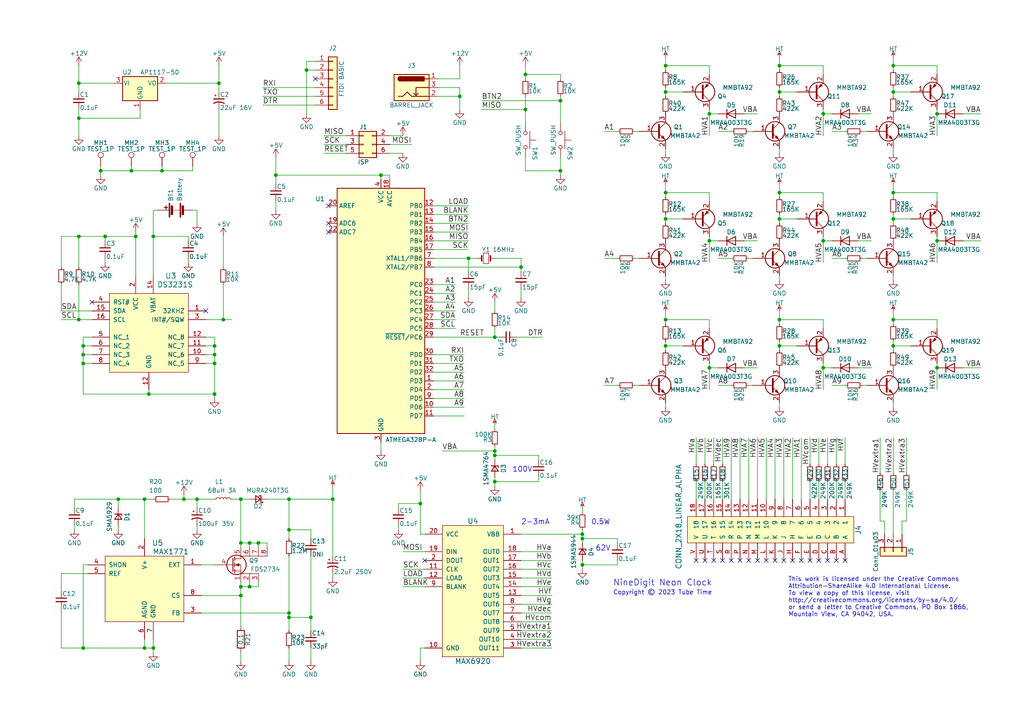
<source format=kicad_sch>
(kicad_sch (version 20211123) (generator eeschema)
  (paper "A4")
  (junction (at 34.29 144.78))
  (junction (at 151.13 77.47))
  (junction (at 143.51 130.81))
  (junction (at 271.78 106.68))
  (junction (at 69.85 172.72))
  (junction (at 24.13 105.41))
  (junction (at 69.85 144.78))
  (junction (at 24.13 100.33))
  (junction (at 69.85 170.18))
  (junction (at 44.45 68.58))
  (junction (at 30.48 68.58))
  (junction (at 193.04 92.71))
  (junction (at 69.85 157.48))
  (junction (at 238.76 69.85))
  (junction (at 259.08 19.05))
  (junction (at 38.1 49.53))
  (junction (at 39.37 68.58))
  (junction (at 193.04 55.88))
  (junction (at 271.78 33.02))
  (junction (at 152.4 31.75))
  (junction (at 226.06 19.05))
  (junction (at 62.23 105.41))
  (junction (at 63.5 24.13))
  (junction (at 110.49 50.8))
  (junction (at 133.35 27.94))
  (junction (at 168.91 156.21))
  (junction (at 57.15 144.78))
  (junction (at 53.34 144.78))
  (junction (at 64.77 92.71))
  (junction (at 46.99 49.53))
  (junction (at 83.82 177.8))
  (junction (at 43.18 114.3))
  (junction (at 193.04 63.5))
  (junction (at 168.91 163.83))
  (junction (at 96.52 144.78))
  (junction (at 62.23 102.87))
  (junction (at 83.82 179.07))
  (junction (at 143.51 97.79))
  (junction (at 271.78 69.85))
  (junction (at 226.06 63.5))
  (junction (at 22.86 92.71))
  (junction (at 259.08 63.5))
  (junction (at 62.23 100.33))
  (junction (at 168.91 154.94))
  (junction (at 72.39 170.18))
  (junction (at 205.74 33.02))
  (junction (at 152.4 21.59))
  (junction (at 193.04 19.05))
  (junction (at 193.04 26.67))
  (junction (at 88.9 20.32))
  (junction (at 135.89 74.93))
  (junction (at 226.06 92.71))
  (junction (at 62.23 114.3))
  (junction (at 72.39 157.48))
  (junction (at 22.86 68.58))
  (junction (at 226.06 26.67))
  (junction (at 205.74 106.68))
  (junction (at 29.21 49.53))
  (junction (at 41.91 144.78))
  (junction (at 41.91 187.96))
  (junction (at 238.76 106.68))
  (junction (at 226.06 55.88))
  (junction (at 259.08 26.67))
  (junction (at 238.76 33.02))
  (junction (at 259.08 100.33))
  (junction (at 121.92 146.05))
  (junction (at 44.45 187.96))
  (junction (at 22.86 24.13))
  (junction (at 226.06 100.33))
  (junction (at 193.04 100.33))
  (junction (at 22.86 34.29))
  (junction (at 259.08 55.88))
  (junction (at 143.51 139.7))
  (junction (at 80.01 50.8))
  (junction (at 162.56 49.53))
  (junction (at 74.93 157.48))
  (junction (at 83.82 153.67))
  (junction (at 90.17 179.07))
  (junction (at 83.82 144.78))
  (junction (at 24.13 102.87))
  (junction (at 259.08 92.71))
  (junction (at 143.51 132.08))
  (junction (at 24.13 187.96))
  (junction (at 162.56 29.21))
  (junction (at 205.74 69.85))
  (no_connect (at 91.44 22.86))
  (no_connect (at 240.03 162.56))
  (no_connect (at 224.79 162.56))
  (no_connect (at 222.25 162.56))
  (no_connect (at 201.93 162.56))
  (no_connect (at 204.47 162.56))
  (no_connect (at 245.11 162.56))
  (no_connect (at 95.25 59.69))
  (no_connect (at 237.49 162.56))
  (no_connect (at 229.87 162.56))
  (no_connect (at 95.25 67.31))
  (no_connect (at 217.17 162.56))
  (no_connect (at 212.09 162.56))
  (no_connect (at 214.63 162.56))
  (no_connect (at 59.69 90.17))
  (no_connect (at 219.71 162.56))
  (no_connect (at 209.55 162.56))
  (no_connect (at 242.57 162.56))
  (no_connect (at 234.95 162.56))
  (no_connect (at 26.67 87.63))
  (no_connect (at 232.41 162.56))
  (no_connect (at 227.33 162.56))
  (no_connect (at 95.25 64.77))
  (no_connect (at 207.01 162.56))
  (no_connect (at 123.19 162.56))
  (wire (pts (xy 156.21 139.7) (xy 143.51 139.7)))
  (wire (pts (xy 152.4 45.72) (xy 152.4 49.53)))
  (wire (pts (xy 259.08 92.71) (xy 259.08 93.98)))
  (wire (pts (xy 259.08 100.33) (xy 259.08 101.6)))
  (wire (pts (xy 115.57 146.05) (xy 115.57 147.32)))
  (wire (pts (xy 271.78 92.71) (xy 259.08 92.71)))
  (wire (pts (xy 63.5 31.75) (xy 63.5 39.37)))
  (wire (pts (xy 30.48 74.93) (xy 30.48 76.2)))
  (wire (pts (xy 69.85 170.18) (xy 72.39 170.18)))
  (wire (pts (xy 44.45 187.96) (xy 44.45 189.23)))
  (wire (pts (xy 143.51 132.08) (xy 156.21 132.08)))
  (wire (pts (xy 151.13 167.64) (xy 160.02 167.64)))
  (wire (pts (xy 125.73 72.39) (xy 135.89 72.39)))
  (wire (pts (xy 125.73 74.93) (xy 135.89 74.93)))
  (wire (pts (xy 259.08 80.01) (xy 259.08 81.28)))
  (wire (pts (xy 125.73 115.57) (xy 134.62 115.57)))
  (wire (pts (xy 22.86 92.71) (xy 26.67 92.71)))
  (wire (pts (xy 135.89 74.93) (xy 138.43 74.93)))
  (wire (pts (xy 205.74 55.88) (xy 193.04 55.88)))
  (wire (pts (xy 25.4 163.83) (xy 24.13 163.83)))
  (wire (pts (xy 128.27 130.81) (xy 143.51 130.81)))
  (wire (pts (xy 259.08 137.16) (xy 259.08 127)))
  (wire (pts (xy 248.92 33.02) (xy 252.73 33.02)))
  (wire (pts (xy 193.04 99.06) (xy 193.04 100.33)))
  (wire (pts (xy 262.89 142.24) (xy 262.89 151.13)))
  (wire (pts (xy 49.53 144.78) (xy 53.34 144.78)))
  (wire (pts (xy 55.88 60.96) (xy 57.15 60.96)))
  (wire (pts (xy 121.92 142.24) (xy 121.92 146.05)))
  (wire (pts (xy 59.69 92.71) (xy 64.77 92.71)))
  (wire (pts (xy 91.44 17.78) (xy 88.9 17.78)))
  (wire (pts (xy 76.2 27.94) (xy 91.44 27.94)))
  (wire (pts (xy 238.76 68.58) (xy 238.76 69.85)))
  (wire (pts (xy 238.76 33.02) (xy 238.76 39.37)))
  (wire (pts (xy 55.88 49.53) (xy 55.88 48.26)))
  (wire (pts (xy 29.21 48.26) (xy 29.21 49.53)))
  (wire (pts (xy 245.11 38.1) (xy 241.3 38.1)))
  (wire (pts (xy 226.06 43.18) (xy 226.06 44.45)))
  (wire (pts (xy 143.51 138.43) (xy 143.51 139.7)))
  (wire (pts (xy 212.09 111.76) (xy 208.28 111.76)))
  (wire (pts (xy 40.64 34.29) (xy 40.64 31.75)))
  (wire (pts (xy 151.13 83.82) (xy 151.13 86.36)))
  (wire (pts (xy 179.07 111.76) (xy 175.26 111.76)))
  (wire (pts (xy 54.61 68.58) (xy 54.61 69.85)))
  (wire (pts (xy 205.74 106.68) (xy 205.74 113.03)))
  (wire (pts (xy 279.4 33.02) (xy 284.48 33.02)))
  (wire (pts (xy 217.17 144.78) (xy 217.17 127)))
  (wire (pts (xy 44.45 60.96) (xy 44.45 68.58)))
  (wire (pts (xy 226.06 92.71) (xy 226.06 93.98)))
  (wire (pts (xy 80.01 58.42) (xy 80.01 60.96)))
  (wire (pts (xy 205.74 31.75) (xy 205.74 33.02)))
  (wire (pts (xy 219.71 144.78) (xy 219.71 127)))
  (wire (pts (xy 58.42 177.8) (xy 83.82 177.8)))
  (wire (pts (xy 226.06 26.67) (xy 226.06 27.94)))
  (wire (pts (xy 125.73 85.09) (xy 132.08 85.09)))
  (wire (pts (xy 179.07 74.93) (xy 175.26 74.93)))
  (wire (pts (xy 110.49 52.07) (xy 110.49 50.8)))
  (wire (pts (xy 212.09 74.93) (xy 208.28 74.93)))
  (wire (pts (xy 255.27 142.24) (xy 255.27 151.13)))
  (wire (pts (xy 46.99 49.53) (xy 55.88 49.53)))
  (wire (pts (xy 88.9 20.32) (xy 88.9 33.02)))
  (wire (pts (xy 208.28 106.68) (xy 205.74 106.68)))
  (wire (pts (xy 143.51 97.79) (xy 143.51 95.25)))
  (wire (pts (xy 226.06 19.05) (xy 226.06 20.32)))
  (wire (pts (xy 24.13 100.33) (xy 24.13 102.87)))
  (wire (pts (xy 226.06 100.33) (xy 226.06 101.6)))
  (wire (pts (xy 100.33 39.37) (xy 93.98 39.37)))
  (wire (pts (xy 77.47 144.78) (xy 83.82 144.78)))
  (wire (pts (xy 205.74 69.85) (xy 205.74 76.2)))
  (wire (pts (xy 151.13 177.8) (xy 160.02 177.8)))
  (wire (pts (xy 88.9 17.78) (xy 88.9 20.32)))
  (wire (pts (xy 121.92 187.96) (xy 121.92 191.77)))
  (wire (pts (xy 212.09 144.78) (xy 212.09 127)))
  (wire (pts (xy 24.13 163.83) (xy 24.13 187.96)))
  (wire (pts (xy 259.08 16.51) (xy 259.08 19.05)))
  (wire (pts (xy 90.17 187.96) (xy 90.17 191.77)))
  (wire (pts (xy 62.23 97.79) (xy 59.69 97.79)))
  (wire (pts (xy 226.06 25.4) (xy 226.06 26.67)))
  (wire (pts (xy 179.07 163.83) (xy 179.07 162.56)))
  (wire (pts (xy 207.01 127) (xy 207.01 134.62)))
  (wire (pts (xy 125.73 64.77) (xy 135.89 64.77)))
  (wire (pts (xy 238.76 95.25) (xy 238.76 92.71)))
  (wire (pts (xy 83.82 153.67) (xy 83.82 156.21)))
  (wire (pts (xy 69.85 144.78) (xy 72.39 144.78)))
  (wire (pts (xy 69.85 172.72) (xy 69.85 181.61)))
  (wire (pts (xy 255.27 137.16) (xy 255.27 127)))
  (wire (pts (xy 162.56 29.21) (xy 139.7 29.21)))
  (wire (pts (xy 90.17 179.07) (xy 90.17 182.88)))
  (wire (pts (xy 151.13 172.72) (xy 160.02 172.72)))
  (wire (pts (xy 123.19 165.1) (xy 116.84 165.1)))
  (wire (pts (xy 69.85 157.48) (xy 69.85 158.75)))
  (wire (pts (xy 90.17 161.29) (xy 90.17 179.07)))
  (wire (pts (xy 30.48 68.58) (xy 30.48 69.85)))
  (wire (pts (xy 205.74 58.42) (xy 205.74 55.88)))
  (wire (pts (xy 125.73 97.79) (xy 143.51 97.79)))
  (wire (pts (xy 72.39 158.75) (xy 72.39 157.48)))
  (wire (pts (xy 222.25 127) (xy 222.25 144.78)))
  (wire (pts (xy 201.93 127) (xy 201.93 134.62)))
  (wire (pts (xy 151.13 175.26) (xy 160.02 175.26)))
  (wire (pts (xy 179.07 157.48) (xy 179.07 156.21)))
  (wire (pts (xy 208.28 33.02) (xy 205.74 33.02)))
  (wire (pts (xy 59.69 100.33) (xy 62.23 100.33)))
  (wire (pts (xy 22.86 77.47) (xy 22.86 68.58)))
  (wire (pts (xy 17.78 176.53) (xy 17.78 187.96)))
  (wire (pts (xy 41.91 144.78) (xy 41.91 156.21)))
  (wire (pts (xy 193.04 25.4) (xy 193.04 26.67)))
  (wire (pts (xy 22.86 24.13) (xy 33.02 24.13)))
  (wire (pts (xy 125.73 82.55) (xy 132.08 82.55)))
  (wire (pts (xy 198.12 26.67) (xy 193.04 26.67)))
  (wire (pts (xy 53.34 144.78) (xy 57.15 144.78)))
  (wire (pts (xy 24.13 102.87) (xy 24.13 105.41)))
  (wire (pts (xy 125.73 77.47) (xy 151.13 77.47)))
  (wire (pts (xy 226.06 55.88) (xy 226.06 57.15)))
  (wire (pts (xy 271.78 105.41) (xy 271.78 106.68)))
  (wire (pts (xy 234.95 139.7) (xy 234.95 144.78)))
  (wire (pts (xy 152.4 27.94) (xy 152.4 31.75)))
  (wire (pts (xy 113.03 39.37) (xy 116.84 39.37)))
  (wire (pts (xy 69.85 189.23) (xy 69.85 191.77)))
  (wire (pts (xy 133.35 22.86) (xy 133.35 19.05)))
  (wire (pts (xy 17.78 68.58) (xy 17.78 77.47)))
  (wire (pts (xy 259.08 25.4) (xy 259.08 26.67)))
  (wire (pts (xy 259.08 26.67) (xy 259.08 27.94)))
  (wire (pts (xy 259.08 90.17) (xy 259.08 92.71)))
  (wire (pts (xy 193.04 90.17) (xy 193.04 92.71)))
  (wire (pts (xy 168.91 163.83) (xy 168.91 165.1)))
  (wire (pts (xy 143.51 90.17) (xy 143.51 87.63)))
  (wire (pts (xy 24.13 105.41) (xy 26.67 105.41)))
  (wire (pts (xy 62.23 100.33) (xy 62.23 102.87)))
  (wire (pts (xy 162.56 27.94) (xy 162.56 29.21)))
  (wire (pts (xy 143.51 139.7) (xy 143.51 140.97)))
  (wire (pts (xy 17.78 92.71) (xy 22.86 92.71)))
  (wire (pts (xy 193.04 43.18) (xy 193.04 44.45)))
  (wire (pts (xy 125.73 95.25) (xy 132.08 95.25)))
  (wire (pts (xy 226.06 62.23) (xy 226.06 63.5)))
  (wire (pts (xy 264.16 100.33) (xy 259.08 100.33)))
  (wire (pts (xy 245.11 139.7) (xy 245.11 144.78)))
  (wire (pts (xy 271.78 19.05) (xy 259.08 19.05)))
  (wire (pts (xy 39.37 68.58) (xy 39.37 80.01)))
  (wire (pts (xy 168.91 154.94) (xy 168.91 156.21)))
  (wire (pts (xy 143.51 129.54) (xy 143.51 130.81)))
  (wire (pts (xy 185.42 111.76) (xy 184.15 111.76)))
  (wire (pts (xy 264.16 26.67) (xy 259.08 26.67)))
  (wire (pts (xy 149.86 97.79) (xy 157.48 97.79)))
  (wire (pts (xy 83.82 153.67) (xy 90.17 153.67)))
  (wire (pts (xy 41.91 144.78) (xy 44.45 144.78)))
  (wire (pts (xy 241.3 33.02) (xy 238.76 33.02)))
  (wire (pts (xy 205.74 95.25) (xy 205.74 92.71)))
  (wire (pts (xy 26.67 97.79) (xy 24.13 97.79)))
  (wire (pts (xy 226.06 63.5) (xy 226.06 64.77)))
  (wire (pts (xy 96.52 144.78) (xy 96.52 161.29)))
  (wire (pts (xy 62.23 114.3) (xy 62.23 115.57)))
  (wire (pts (xy 152.4 31.75) (xy 139.7 31.75)))
  (wire (pts (xy 162.56 22.86) (xy 162.56 21.59)))
  (wire (pts (xy 76.2 30.48) (xy 91.44 30.48)))
  (wire (pts (xy 162.56 45.72) (xy 162.56 49.53)))
  (wire (pts (xy 208.28 69.85) (xy 205.74 69.85)))
  (wire (pts (xy 91.44 20.32) (xy 88.9 20.32)))
  (wire (pts (xy 125.73 67.31) (xy 135.89 67.31)))
  (wire (pts (xy 151.13 165.1) (xy 160.02 165.1)))
  (wire (pts (xy 262.89 137.16) (xy 262.89 127)))
  (wire (pts (xy 123.19 187.96) (xy 121.92 187.96)))
  (wire (pts (xy 151.13 182.88) (xy 160.02 182.88)))
  (wire (pts (xy 62.23 102.87) (xy 62.23 105.41)))
  (wire (pts (xy 271.78 55.88) (xy 259.08 55.88)))
  (wire (pts (xy 123.19 167.64) (xy 116.84 167.64)))
  (wire (pts (xy 83.82 144.78) (xy 96.52 144.78)))
  (wire (pts (xy 72.39 157.48) (xy 74.93 157.48)))
  (wire (pts (xy 151.13 154.94) (xy 168.91 154.94)))
  (wire (pts (xy 113.03 41.91) (xy 119.38 41.91)))
  (wire (pts (xy 135.89 78.74) (xy 135.89 74.93)))
  (wire (pts (xy 193.04 100.33) (xy 193.04 101.6)))
  (wire (pts (xy 41.91 187.96) (xy 41.91 185.42)))
  (wire (pts (xy 74.93 157.48) (xy 77.47 157.48)))
  (wire (pts (xy 168.91 147.32) (xy 168.91 148.59)))
  (wire (pts (xy 59.69 105.41) (xy 62.23 105.41)))
  (wire (pts (xy 39.37 67.31) (xy 39.37 68.58)))
  (wire (pts (xy 17.78 187.96) (xy 24.13 187.96)))
  (wire (pts (xy 22.86 34.29) (xy 40.64 34.29)))
  (wire (pts (xy 48.26 24.13) (xy 63.5 24.13)))
  (wire (pts (xy 240.03 139.7) (xy 240.03 144.78)))
  (wire (pts (xy 22.86 31.75) (xy 22.86 34.29)))
  (wire (pts (xy 143.51 132.08) (xy 143.51 133.35)))
  (wire (pts (xy 193.04 80.01) (xy 193.04 81.28)))
  (wire (pts (xy 251.46 74.93) (xy 250.19 74.93)))
  (wire (pts (xy 57.15 144.78) (xy 57.15 147.32)))
  (wire (pts (xy 30.48 68.58) (xy 39.37 68.58)))
  (wire (pts (xy 62.23 105.41) (xy 62.23 114.3)))
  (wire (pts (xy 69.85 157.48) (xy 72.39 157.48)))
  (wire (pts (xy 205.74 21.59) (xy 205.74 19.05)))
  (wire (pts (xy 91.44 25.4) (xy 76.2 25.4)))
  (wire (pts (xy 125.73 92.71) (xy 132.08 92.71)))
  (wire (pts (xy 29.21 49.53) (xy 38.1 49.53)))
  (wire (pts (xy 218.44 74.93) (xy 217.17 74.93)))
  (wire (pts (xy 205.74 68.58) (xy 205.74 69.85)))
  (wire (pts (xy 152.4 19.05) (xy 152.4 21.59)))
  (wire (pts (xy 168.91 156.21) (xy 168.91 157.48)))
  (wire (pts (xy 152.4 31.75) (xy 152.4 35.56)))
  (wire (pts (xy 238.76 21.59) (xy 238.76 19.05)))
  (wire (pts (xy 62.23 97.79) (xy 62.23 100.33)))
  (wire (pts (xy 198.12 63.5) (xy 193.04 63.5)))
  (wire (pts (xy 204.47 134.62) (xy 204.47 127)))
  (wire (pts (xy 193.04 26.67) (xy 193.04 27.94)))
  (wire (pts (xy 57.15 144.78) (xy 62.23 144.78)))
  (wire (pts (xy 193.04 63.5) (xy 193.04 64.77)))
  (wire (pts (xy 43.18 114.3) (xy 43.18 113.03)))
  (wire (pts (xy 151.13 185.42) (xy 160.02 185.42)))
  (wire (pts (xy 160.02 187.96) (xy 151.13 187.96)))
  (wire (pts (xy 123.19 170.18) (xy 116.84 170.18)))
  (wire (pts (xy 242.57 139.7) (xy 242.57 144.78)))
  (wire (pts (xy 34.29 144.78) (xy 41.91 144.78)))
  (wire (pts (xy 22.86 34.29) (xy 22.86 39.37)))
  (wire (pts (xy 215.9 33.02) (xy 219.71 33.02)))
  (wire (pts (xy 53.34 143.51) (xy 53.34 144.78)))
  (wire (pts (xy 238.76 92.71) (xy 226.06 92.71)))
  (wire (pts (xy 193.04 55.88) (xy 193.04 57.15)))
  (wire (pts (xy 231.14 26.67) (xy 226.06 26.67)))
  (wire (pts (xy 271.78 31.75) (xy 271.78 33.02)))
  (wire (pts (xy 125.73 90.17) (xy 132.08 90.17)))
  (wire (pts (xy 133.35 27.94) (xy 133.35 31.75)))
  (wire (pts (xy 80.01 45.72) (xy 80.01 50.8)))
  (wire (pts (xy 21.59 147.32) (xy 21.59 144.78)))
  (wire (pts (xy 179.07 38.1) (xy 175.26 38.1)))
  (wire (pts (xy 63.5 24.13) (xy 63.5 26.67)))
  (wire (pts (xy 245.11 134.62) (xy 245.11 127)))
  (wire (pts (xy 238.76 106.68) (xy 238.76 113.03)))
  (wire (pts (xy 218.44 111.76) (xy 217.17 111.76)))
  (wire (pts (xy 22.86 68.58) (xy 30.48 68.58)))
  (wire (pts (xy 271.78 33.02) (xy 271.78 39.37)))
  (wire (pts (xy 179.07 156.21) (xy 168.91 156.21)))
  (wire (pts (xy 245.11 74.93) (xy 241.3 74.93)))
  (wire (pts (xy 226.06 53.34) (xy 226.06 55.88)))
  (wire (pts (xy 125.73 118.11) (xy 134.62 118.11)))
  (wire (pts (xy 238.76 58.42) (xy 238.76 55.88)))
  (wire (pts (xy 125.73 107.95) (xy 134.62 107.95)))
  (wire (pts (xy 259.08 55.88) (xy 259.08 57.15)))
  (wire (pts (xy 271.78 106.68) (xy 271.78 113.03)))
  (wire (pts (xy 201.93 139.7) (xy 201.93 144.78)))
  (wire (pts (xy 64.77 82.55) (xy 64.77 92.71)))
  (wire (pts (xy 45.72 60.96) (xy 44.45 60.96)))
  (wire (pts (xy 240.03 134.62) (xy 240.03 127)))
  (wire (pts (xy 271.78 69.85) (xy 271.78 76.2)))
  (wire (pts (xy 125.73 102.87) (xy 134.62 102.87)))
  (wire (pts (xy 125.73 69.85) (xy 135.89 69.85)))
  (wire (pts (xy 185.42 38.1) (xy 184.15 38.1)))
  (wire (pts (xy 83.82 179.07) (xy 83.82 182.88)))
  (wire (pts (xy 17.78 68.58) (xy 22.86 68.58)))
  (wire (pts (xy 127 22.86) (xy 133.35 22.86)))
  (wire (pts (xy 237.49 139.7) (xy 237.49 144.78)))
  (wire (pts (xy 121.92 146.05) (xy 121.92 154.94)))
  (wire (pts (xy 279.4 69.85) (xy 284.48 69.85)))
  (wire (pts (xy 127 25.4) (xy 133.35 25.4)))
  (wire (pts (xy 226.06 80.01) (xy 226.06 81.28)))
  (wire (pts (xy 259.08 19.05) (xy 259.08 20.32)))
  (wire (pts (xy 143.51 97.79) (xy 144.78 97.79)))
  (wire (pts (xy 259.08 53.34) (xy 259.08 55.88)))
  (wire (pts (xy 96.52 166.37) (xy 96.52 167.64)))
  (wire (pts (xy 205.74 92.71) (xy 193.04 92.71)))
  (wire (pts (xy 251.46 111.76) (xy 250.19 111.76)))
  (wire (pts (xy 256.54 151.13) (xy 256.54 154.94)))
  (wire (pts (xy 143.51 130.81) (xy 143.51 132.08)))
  (wire (pts (xy 271.78 21.59) (xy 271.78 19.05)))
  (wire (pts (xy 125.73 87.63) (xy 132.08 87.63)))
  (wire (pts (xy 44.45 68.58) (xy 44.45 80.01)))
  (wire (pts (xy 151.13 74.93) (xy 143.51 74.93)))
  (wire (pts (xy 212.09 38.1) (xy 208.28 38.1)))
  (wire (pts (xy 226.06 16.51) (xy 226.06 19.05)))
  (wire (pts (xy 80.01 50.8) (xy 80.01 53.34)))
  (wire (pts (xy 72.39 170.18) (xy 74.93 170.18)))
  (wire (pts (xy 127 27.94) (xy 133.35 27.94)))
  (wire (pts (xy 17.78 166.37) (xy 17.78 171.45)))
  (wire (pts (xy 113.03 52.07) (xy 113.03 50.8)))
  (wire (pts (xy 231.14 63.5) (xy 226.06 63.5)))
  (wire (pts (xy 22.86 19.05) (xy 22.86 24.13)))
  (wire (pts (xy 41.91 187.96) (xy 44.45 187.96)))
  (wire (pts (xy 24.13 187.96) (xy 41.91 187.96)))
  (wire (pts (xy 57.15 153.67) (xy 57.15 152.4)))
  (wire (pts (xy 26.67 90.17) (xy 17.78 90.17)))
  (wire (pts (xy 271.78 58.42) (xy 271.78 55.88)))
  (wire (pts (xy 44.45 68.58) (xy 54.61 68.58)))
  (wire (pts (xy 241.3 69.85) (xy 238.76 69.85)))
  (wire (pts (xy 64.77 92.71) (xy 67.31 92.71)))
  (wire (pts (xy 271.78 95.25) (xy 271.78 92.71)))
  (wire (pts (xy 69.85 170.18) (xy 69.85 172.72)))
  (wire (pts (xy 125.73 105.41) (xy 134.62 105.41)))
  (wire (pts (xy 259.08 63.5) (xy 259.08 64.77)))
  (wire (pts (xy 83.82 161.29) (xy 83.82 177.8)))
  (wire (pts (xy 59.69 102.87) (xy 62.23 102.87)))
  (wire (pts (xy 226.06 116.84) (xy 226.06 118.11)))
  (wire (pts (xy 121.92 154.94) (xy 123.19 154.94)))
  (wire (pts (xy 227.33 127) (xy 227.33 144.78)))
  (wire (pts (xy 100.33 44.45) (xy 93.98 44.45)))
  (wire (pts (xy 251.46 38.1) (xy 250.19 38.1)))
  (wire (pts (xy 226.06 90.17) (xy 226.06 92.71)))
  (wire (pts (xy 205.74 105.41) (xy 205.74 106.68)))
  (wire (pts (xy 193.04 53.34) (xy 193.04 55.88)))
  (wire (pts (xy 74.93 170.18) (xy 74.93 168.91)))
  (wire (pts (xy 22.86 24.13) (xy 22.86 26.67)))
  (wire (pts (xy 63.5 19.05) (xy 63.5 24.13)))
  (wire (pts (xy 152.4 49.53) (xy 162.56 49.53)))
  (wire (pts (xy 168.91 162.56) (xy 168.91 163.83)))
  (wire (pts (xy 193.04 92.71) (xy 193.04 93.98)))
  (wire (pts (xy 38.1 49.53) (xy 46.99 49.53)))
  (wire (pts (xy 259.08 43.18) (xy 259.08 44.45)))
  (wire (pts (xy 259.08 99.06) (xy 259.08 100.33)))
  (wire (pts (xy 67.31 144.78) (xy 69.85 144.78)))
  (wire (pts (xy 69.85 168.91) (xy 69.85 170.18)))
  (wire (pts (xy 209.55 127) (xy 209.55 134.62)))
  (wire (pts (xy 125.73 120.65) (xy 134.62 120.65)))
  (wire (pts (xy 261.62 151.13) (xy 261.62 154.94)))
  (wire (pts (xy 57.15 60.96) (xy 57.15 64.77)))
  (wire (pts (xy 168.91 163.83) (xy 179.07 163.83)))
  (wire (pts (xy 232.41 144.78) (xy 232.41 127)))
  (wire (pts (xy 44.45 185.42) (xy 44.45 187.96)))
  (wire (pts (xy 135.89 83.82) (xy 135.89 86.36)))
  (wire (pts (xy 115.57 146.05) (xy 121.92 146.05)))
  (wire (pts (xy 125.73 110.49) (xy 134.62 110.49)))
  (wire (pts (xy 64.77 77.47) (xy 64.77 68.58)))
  (wire (pts (xy 156.21 138.43) (xy 156.21 139.7)))
  (wire (pts (xy 93.98 41.91) (xy 100.33 41.91)))
  (wire (pts (xy 77.47 157.48) (xy 77.47 158.75)))
  (wire (pts (xy 237.49 134.62) (xy 237.49 127)))
  (wire (pts (xy 125.73 62.23) (xy 135.89 62.23)))
  (wire (pts (xy 151.13 74.93) (xy 151.13 77.47)))
  (wire (pts (xy 218.44 38.1) (xy 217.17 38.1)))
  (wire (pts (xy 151.13 77.47) (xy 151.13 78.74)))
  (wire (pts (xy 83.82 177.8) (xy 83.82 179.07)))
  (wire (pts (xy 262.89 151.13) (xy 261.62 151.13)))
  (wire (pts (xy 245.11 111.76) (xy 241.3 111.76)))
  (wire (pts (xy 151.13 180.34) (xy 160.02 180.34)))
  (wire (pts (xy 25.4 166.37) (xy 17.78 166.37)))
  (wire (pts (xy 83.82 187.96) (xy 83.82 191.77)))
  (wire (pts (xy 204.47 139.7) (xy 204.47 144.78)))
  (wire (pts (xy 24.13 114.3) (xy 43.18 114.3)))
  (wire (pts (xy 80.01 50.8) (xy 110.49 50.8)))
  (wire (pts (xy 229.87 127) (xy 229.87 144.78)))
  (wire (pts (xy 205.74 33.02) (xy 205.74 39.37)))
  (wire (pts (xy 151.13 160.02) (xy 160.02 160.02)))
  (wire (pts (xy 264.16 63.5) (xy 259.08 63.5)))
  (wire (pts (xy 193.04 116.84) (xy 193.04 118.11)))
  (wire (pts (xy 152.4 21.59) (xy 152.4 22.86)))
  (wire (pts (xy 22.86 82.55) (xy 22.86 92.71)))
  (wire (pts (xy 238.76 55.88) (xy 226.06 55.88)))
  (wire (pts (xy 207.01 139.7) (xy 207.01 144.78)))
  (wire (pts (xy 248.92 69.85) (xy 252.73 69.85)))
  (wire (pts (xy 226.06 99.06) (xy 226.06 100.33)))
  (wire (pts (xy 238.76 105.41) (xy 238.76 106.68)))
  (wire (pts (xy 21.59 144.78) (xy 34.29 144.78)))
  (wire (pts (xy 24.13 105.41) (xy 24.13 114.3)))
  (wire (pts (xy 234.95 127) (xy 234.95 134.62)))
  (wire (pts (xy 205.74 19.05) (xy 193.04 19.05)))
  (wire (pts (xy 193.04 19.05) (xy 193.04 20.32)))
  (wire (pts (xy 259.08 62.23) (xy 259.08 63.5)))
  (wire (pts (xy 69.85 144.78) (xy 69.85 157.48)))
  (wire (pts (xy 43.18 114.3) (xy 62.23 114.3)))
  (wire (pts (xy 224.79 144.78) (xy 224.79 127)))
  (wire (pts (xy 24.13 97.79) (xy 24.13 100.33)))
  (wire (pts (xy 215.9 106.68) (xy 219.71 106.68)))
  (wire (pts (xy 168.91 153.67) (xy 168.91 154.94)))
  (wire (pts (xy 90.17 179.07) (xy 83.82 179.07)))
  (wire (pts (xy 54.61 74.93) (xy 54.61 76.2)))
  (wire (pts (xy 34.29 152.4) (xy 34.29 153.67)))
  (wire (pts (xy 125.73 59.69) (xy 135.89 59.69)))
  (wire (pts (xy 115.57 152.4) (xy 115.57 153.67)))
  (wire (pts (xy 241.3 106.68) (xy 238.76 106.68)))
  (wire (pts (xy 113.03 50.8) (xy 110.49 50.8)))
  (wire (pts (xy 123.19 160.02) (xy 116.84 160.02)))
  (wire (pts (xy 26.67 100.33) (xy 24.13 100.33)))
  (wire (pts (xy 74.93 158.75) (xy 74.93 157.48)))
  (wire (pts (xy 193.04 16.51) (xy 193.04 19.05)))
  (wire (pts (xy 72.39 168.91) (xy 72.39 170.18)))
  (wire (pts (xy 198.12 100.33) (xy 193.04 100.33)))
  (wire (pts (xy 231.14 100.33) (xy 226.06 100.33)))
  (wire (pts (xy 238.76 69.85) (xy 238.76 76.2)))
  (wire (pts (xy 62.23 163.83) (xy 58.42 163.83)))
  (wire (pts (xy 193.04 62.23) (xy 193.04 63.5)))
  (wire (pts (xy 21.59 152.4) (xy 21.59 153.67)))
  (wire (pts (xy 69.85 172.72) (xy 58.42 172.72)))
  (wire (pts (xy 214.63 127) (xy 214.63 144.78)))
  (wire (pts (xy 259.08 142.24) (xy 259.08 154.94)))
  (wire (pts (xy 125.73 113.03) (xy 134.62 113.03)))
  (wire (pts (xy 83.82 144.78) (xy 83.82 153.67)))
  (wire (pts (xy 34.29 147.32) (xy 34.29 144.78)))
  (wire (pts (xy 279.4 106.68) (xy 284.48 106.68)))
  (wire (pts (xy 162.56 49.53) (xy 162.56 50.8)))
  (wire (pts (xy 255.27 151.13) (xy 256.54 151.13)))
  (wire (pts (xy 242.57 127) (xy 242.57 134.62)))
  (wire (pts (xy 209.55 139.7) (xy 209.55 144.78)))
  (wire (pts (xy 96.52 140.97) (xy 96.52 144.78)))
  (wire (pts (xy 17.78 90.17) (xy 17.78 82.55)))
  (wire (pts (xy 271.78 68.58) (xy 271.78 69.85)))
  (wire (pts (xy 238.76 31.75) (xy 238.76 33.02)))
  (wire (pts (xy 185.42 74.93) (xy 184.15 74.93)))
  (wire (pts (xy 156.21 132.08) (xy 156.21 133.35)))
  (wire (pts (xy 162.56 21.59) (xy 152.4 21.59)))
  (wire (pts (xy 133.35 25.4) (xy 133.35 27.94)))
  (wire (pts (xy 162.56 29.21) (xy 162.56 35.56)))
  (wire (pts (xy 113.03 44.45) (xy 116.84 44.45)))
  (wire (pts (xy 215.9 69.85) (xy 219.71 69.85)))
  (wire (pts (xy 26.67 102.87) (xy 24.13 102.87)))
  (wire (pts (xy 29.21 49.53) (xy 29.21 50.8)))
  (wire (pts (xy 46.99 48.26) (xy 46.99 49.53)))
  (wire (pts (xy 151.13 170.18) (xy 160.02 170.18)))
  (wire (pts (xy 143.51 123.19) (xy 143.51 124.46)))
  (wire (pts (xy 90.17 153.67) (xy 90.17 156.21)))
  (wire (pts (xy 110.49 130.81) (xy 110.49 128.27)))
  (wire (pts (xy 151.13 162.56) (xy 160.02 162.56)))
  (wire (pts (xy 38.1 48.26) (xy 38.1 49.53)))
  (wire (pts (xy 259.08 116.84) (xy 259.08 118.11)))
  (wire (pts (xy 238.76 19.05) (xy 226.06 19.05)))
  (wire (pts (xy 248.92 106.68) (xy 252.73 106.68)))
  (text "This work is licensed under the Creative Commons\nAttribution-ShareAlike 4.0 International License.\nTo view a copy of this license, visit\nhttp://creativecommons.org/licenses/by-sa/4.0/\nor send a letter to Creative Commons, PO Box 1866,\nMountain View, CA 94042, USA." (at 228.6 179.07 0) (effects (font (size 1.27 1.27)) (justify left bottom)))
  (text "0.5W" (at 171.45 152.4 0) (effects (font (size 1.524 1.524)) (justify left bottom)))
  (text "2-3mA" (at 151.13 152.4 0) (effects (font (size 1.524 1.524)) (justify left bottom)))
  (text "62V" (at 172.72 160.02 0) (effects (font (size 1.524 1.524)) (justify left bottom)))
  (text "NineDigit Neon Clock" (at 177.8 170.18 0) (effects (font (size 1.778 1.778)) (justify left bottom)))
  (text "100V" (at 148.59 137.16 0) (effects (font (size 1.524 1.524)) (justify left bottom)))
  (text "Copyright © 2023 Tube Time" (at 177.8 172.72 0) (effects (font (size 1.27 1.27)) (justify left bottom)))
  (label "LOAD" (at 135.89 59.69 180) (effects (font (size 1.524 1.524))))
  (label "HVd" (at 237.49 127 270) (effects (font (size 1.524 1.524))))
  (label "SCK" (at 93.98 41.91 0) (effects (font (size 1.524 1.524))))
  (label "HVextra1" (at 160.02 182.88 180) (effects (font (size 1.524 1.524))))
  (label "RXI" (at 134.62 102.87 180) (effects (font (size 1.524 1.524))))
  (label "A2" (at 132.08 85.09 180) (effects (font (size 1.524 1.524))))
  (label "BTN2" (at 135.89 64.77 180) (effects (font (size 1.524 1.524))))
  (label "SCL" (at 17.78 92.71 0) (effects (font (size 1.524 1.524))))
  (label "HVA7" (at 217.17 127 270) (effects (font (size 1.524 1.524))))
  (label "VBA" (at 219.71 33.02 180) (effects (font (size 1.524 1.524))))
  (label "A2" (at 208.28 38.1 0) (effects (font (size 1.524 1.524))))
  (label "HVdec" (at 160.02 177.8 180) (effects (font (size 1.524 1.524))))
  (label "HVA7" (at 205.74 113.03 90) (effects (font (size 1.524 1.524))))
  (label "RESET" (at 93.98 44.45 0) (effects (font (size 1.524 1.524))))
  (label "HVe" (at 240.03 127 270) (effects (font (size 1.524 1.524))))
  (label "VBA" (at 252.73 69.85 180) (effects (font (size 1.524 1.524))))
  (label "VBA" (at 219.71 69.85 180) (effects (font (size 1.524 1.524))))
  (label "HVc" (at 207.01 127 270) (effects (font (size 1.524 1.524))))
  (label "HVextra2" (at 259.08 127 270) (effects (font (size 1.524 1.524))))
  (label "VBA" (at 219.71 106.68 180) (effects (font (size 1.524 1.524))))
  (label "TXO" (at 134.62 105.41 180) (effects (font (size 1.524 1.524))))
  (label "HVA6" (at 219.71 127 270) (effects (font (size 1.524 1.524))))
  (label "MOSI" (at 135.89 67.31 180) (effects (font (size 1.524 1.524))))
  (label "HVextra1" (at 255.27 127 270) (effects (font (size 1.524 1.524))))
  (label "HVcom" (at 234.95 127 270) (effects (font (size 1.524 1.524))))
  (label "HVA6" (at 271.78 76.2 90) (effects (font (size 1.524 1.524))))
  (label "VBA" (at 284.48 69.85 180) (effects (font (size 1.524 1.524))))
  (label "A3" (at 241.3 38.1 0) (effects (font (size 1.524 1.524))))
  (label "DTR" (at 157.48 97.79 180) (effects (font (size 1.524 1.524))))
  (label "HVdec" (at 209.55 127 270) (effects (font (size 1.524 1.524))))
  (label "A8" (at 208.28 111.76 0) (effects (font (size 1.524 1.524))))
  (label "A9" (at 241.3 111.76 0) (effects (font (size 1.524 1.524))))
  (label "HVA9" (at 212.09 127 270) (effects (font (size 1.524 1.524))))
  (label "DTR" (at 76.2 30.48 0) (effects (font (size 1.524 1.524))))
  (label "TXO" (at 76.2 27.94 0) (effects (font (size 1.524 1.524))))
  (label "HVextra3" (at 262.89 127 270) (effects (font (size 1.524 1.524))))
  (label "SDA" (at 17.78 90.17 0) (effects (font (size 1.524 1.524))))
  (label "HVA3" (at 271.78 39.37 90) (effects (font (size 1.524 1.524))))
  (label "VBA" (at 128.27 130.81 0) (effects (font (size 1.524 1.524))))
  (label "MISO" (at 139.7 31.75 0) (effects (font (size 1.524 1.524))))
  (label "HVA8" (at 214.63 127 270) (effects (font (size 1.524 1.524))))
  (label "HVA5" (at 222.25 127 270) (effects (font (size 1.524 1.524))))
  (label "HVA2" (at 238.76 39.37 90) (effects (font (size 1.524 1.524))))
  (label "SDA" (at 132.08 92.71 180) (effects (font (size 1.524 1.524))))
  (label "MISO" (at 135.89 69.85 180) (effects (font (size 1.524 1.524))))
  (label "HVA2" (at 229.87 127 270) (effects (font (size 1.524 1.524))))
  (label "HVA8" (at 238.76 113.03 90) (effects (font (size 1.524 1.524))))
  (label "A1" (at 175.26 38.1 0) (effects (font (size 1.524 1.524))))
  (label "HVA5" (at 238.76 76.2 90) (effects (font (size 1.524 1.524))))
  (label "MOSI" (at 119.38 41.91 180) (effects (font (size 1.524 1.524))))
  (label "HVA1" (at 232.41 127 270) (effects (font (size 1.524 1.524))))
  (label "HVf" (at 160.02 172.72 180) (effects (font (size 1.524 1.524))))
  (label "A6" (at 134.62 110.49 180) (effects (font (size 1.524 1.524))))
  (label "VBA" (at 284.48 106.68 180) (effects (font (size 1.524 1.524))))
  (label "HVextra3" (at 160.02 187.96 180) (effects (font (size 1.524 1.524))))
  (label "A1" (at 132.08 82.55 180) (effects (font (size 1.524 1.524))))
  (label "SCK" (at 135.89 72.39 180) (effects (font (size 1.524 1.524))))
  (label "A5" (at 208.28 74.93 0) (effects (font (size 1.524 1.524))))
  (label "LOAD" (at 116.84 167.64 0) (effects (font (size 1.524 1.524))))
  (label "HVc" (at 160.02 165.1 180) (effects (font (size 1.524 1.524))))
  (label "A4" (at 132.08 90.17 180) (effects (font (size 1.524 1.524))))
  (label "HVcom" (at 160.02 180.34 180) (effects (font (size 1.524 1.524))))
  (label "HVa" (at 201.93 127 270) (effects (font (size 1.524 1.524))))
  (label "HVA4" (at 224.79 127 270) (effects (font (size 1.524 1.524))))
  (label "HVe" (at 160.02 170.18 180) (effects (font (size 1.524 1.524))))
  (label "BLANK" (at 135.89 62.23 180) (effects (font (size 1.524 1.524))))
  (label "HVb" (at 160.02 162.56 180) (effects (font (size 1.524 1.524))))
  (label "SCK" (at 116.84 165.1 0) (effects (font (size 1.524 1.524))))
  (label "HVA3" (at 227.33 127 270) (effects (font (size 1.524 1.524))))
  (label "HVa" (at 160.02 160.02 180) (effects (font (size 1.524 1.524))))
  (label "HVA9" (at 271.78 113.03 90) (effects (font (size 1.524 1.524))))
  (label "A5" (at 134.62 107.95 180) (effects (font (size 1.524 1.524))))
  (label "HVg" (at 160.02 175.26 180) (effects (font (size 1.524 1.524))))
  (label "MOSI" (at 116.84 160.02 0) (effects (font (size 1.524 1.524))))
  (label "A8" (at 134.62 115.57 180) (effects (font (size 1.524 1.524))))
  (label "RESET" (at 133.35 97.79 0) (effects (font (size 1.524 1.524))))
  (label "BLANK" (at 116.84 170.18 0) (effects (font (size 1.524 1.524))))
  (label "A7" (at 175.26 111.76 0) (effects (font (size 1.524 1.524))))
  (label "HVA1" (at 205.74 39.37 90) (effects (font (size 1.524 1.524))))
  (label "BTN2" (at 139.7 29.21 0) (effects (font (size 1.524 1.524))))
  (label "VBA" (at 284.48 33.02 180) (effects (font (size 1.524 1.524))))
  (label "SCL" (at 132.08 95.25 180) (effects (font (size 1.524 1.524))))
  (label "A9" (at 134.62 118.11 180) (effects (font (size 1.524 1.524))))
  (label "HVf" (at 245.11 127 270) (effects (font (size 1.524 1.524))))
  (label "HVd" (at 160.02 167.64 180) (effects (font (size 1.524 1.524))))
  (label "HVA4" (at 205.74 76.2 90) (effects (font (size 1.524 1.524))))
  (label "VBA" (at 252.73 106.68 180) (effects (font (size 1.524 1.524))))
  (label "RXI" (at 76.2 25.4 0) (effects (font (size 1.524 1.524))))
  (label "A3" (at 132.08 87.63 180) (effects (font (size 1.524 1.524))))
  (label "A6" (at 241.3 74.93 0) (effects (font (size 1.524 1.524))))
  (label "A7" (at 134.62 113.03 180) (effects (font (size 1.524 1.524))))
  (label "A4" (at 175.26 74.93 0) (effects (font (size 1.524 1.524))))
  (label "MISO" (at 93.98 39.37 0) (effects (font (size 1.524 1.524))))
  (label "HVextra2" (at 160.02 185.42 180) (effects (font (size 1.524 1.524))))
  (label "HVb" (at 204.47 127 270) (effects (font (size 1.524 1.524))))
  (label "VBA" (at 252.73 33.02 180) (effects (font (size 1.524 1.524))))
  (label "HVg" (at 242.57 127 270) (effects (font (size 1.524 1.524))))
  (symbol (lib_id "MCU_Microchip_ATmega:ATmega328P-A") (at 110.49 90.17 0) (unit 1)
    (property "Reference" "U1" (at 91.44 58.42 0) (effects (justify left bottom)))
    (property "Value" "ATMEGA328P-A" (at 111.76 128.27 0) (effects (justify left bottom)))
    (property "Footprint" "Active:TQFP80P900X900X120-32" (effects hide))
  )
  (symbol (lib_id "Device:Crystal_Small") (at 140.97 74.93 0) (unit 1)
    (property "Reference" "Y1" (at 140.97 72.39 0))
    (property "Value" "16MHz" (at 146.05 72.39 0))
    (property "Footprint" "Passive:XTAL500X320X120-2" (effects hide))
  )
  (symbol (lib_id "Device:C_Small") (at 135.89 81.28 0) (unit 1)
    (property "Reference" "C6" (at 136.144 79.502 0) (effects (justify left)))
    (property "Value" "15pF" (at 136.144 83.312 0) (effects (justify left)))
    (property "Footprint" "Passive:CAPC1608X100" (effects hide))
  )
  (symbol (lib_id "Device:C_Small") (at 80.01 55.88 0) (unit 1)
    (property "Reference" "C5" (at 80.264 54.102 0) (effects (justify left)))
    (property "Value" "0.1uF" (at 80.264 57.912 0) (effects (justify left)))
    (property "Footprint" "Passive:CAPC1608X100" (effects hide))
  )
  (symbol (lib_id "power:GND") (at 80.01 60.96 0) (unit 1)
    (property "Reference" "#PWR01" (effects hide))
    (property "Value" "GND" (at 80.01 64.77 0))
  )
  (symbol (lib_id "power:+5V") (at 80.01 45.72 0) (unit 1)
    (property "Reference" "#PWR02" (effects hide))
    (property "Value" "+5V" (at 80.01 42.164 0))
  )
  (symbol (lib_id "power:GND") (at 151.13 86.36 0) (unit 1)
    (property "Reference" "#PWR03" (effects hide))
    (property "Value" "GND" (at 151.13 90.17 0))
  )
  (symbol (lib_id "power:GND") (at 135.89 86.36 0) (unit 1)
    (property "Reference" "#PWR04" (effects hide))
    (property "Value" "GND" (at 135.89 90.17 0))
  )
  (symbol (lib_id "Device:R_Small") (at 143.51 92.71 0) (unit 1)
    (property "Reference" "R14" (at 144.272 92.202 0) (effects (justify left)))
    (property "Value" "10K" (at 144.272 93.726 0) (effects (justify left)))
    (property "Footprint" "Passive:RESC1608X55" (effects hide))
  )
  (symbol (lib_id "Device:C_Small") (at 147.32 97.79 270) (unit 1)
    (property "Reference" "C8" (at 149.098 98.044 0) (effects (justify left)))
    (property "Value" "0.1uF" (at 145.288 98.044 0) (effects (justify left)))
    (property "Footprint" "Passive:CAPC1608X100" (effects hide))
  )
  (symbol (lib_id "power:+5V") (at 143.51 87.63 0) (unit 1)
    (property "Reference" "#PWR05" (effects hide))
    (property "Value" "+5V" (at 143.51 84.074 0))
  )
  (symbol (lib_id "Connector_Generic:Conn_02x03_Odd_Even") (at 105.41 41.91 0) (unit 1)
    (property "Reference" "J1" (at 105.41 36.83 0))
    (property "Value" "ISP" (at 105.41 46.99 0))
    (property "Footprint" "Pin_Headers:Pin_Header_Straight_2x03_Pitch2.54mm_SMD" (effects hide))
  )
  (symbol (lib_id "power_devices:MAX1771") (at 30.48 161.29 0) (unit 1)
    (property "Reference" "U5" (at 45.72 157.48 0) (effects (font (size 1.524 1.524))))
    (property "Value" "MAX1771" (at 49.53 160.02 0) (effects (font (size 1.524 1.524))))
    (property "Footprint" "Active:SOP127P620X175-8" (effects hide))
  )
  (symbol (lib_id "logic:DS3231S") (at 31.75 85.09 0) (unit 1)
    (property "Reference" "U3" (at 49.53 80.01 0) (effects (font (size 1.524 1.524))))
    (property "Value" "DS3231S" (at 50.8 82.55 0) (effects (font (size 1.524 1.524))))
    (property "Footprint" "Active:SOP127P1065X265-16" (effects hide))
  )
  (symbol (lib_id "power:GND") (at 116.84 44.45 0) (unit 1)
    (property "Reference" "#PWR06" (effects hide))
    (property "Value" "GND" (at 116.84 48.26 0))
  )
  (symbol (lib_id "power:+5V") (at 116.84 39.37 0) (unit 1)
    (property "Reference" "#PWR07" (effects hide))
    (property "Value" "+5V" (at 116.84 35.814 0))
  )
  (symbol (lib_id "power:+12V") (at 53.34 143.51 0) (unit 1)
    (property "Reference" "#PWR021" (effects hide))
    (property "Value" "+12V" (at 53.34 139.954 0))
  )
  (symbol (lib_id "Connector_Generic:Conn_01x06") (at 96.52 22.86 0) (unit 1)
    (property "Reference" "J2" (at 96.52 13.97 0))
    (property "Value" "FTDI BASIC" (at 99.06 22.86 90))
    (property "Footprint" "Pin_Headers:Pin_Header_Straight_1x06_Pitch2.54mm" (effects hide))
  )
  (symbol (lib_id "Device:C_Small") (at 54.61 72.39 0) (unit 1)
    (property "Reference" "C4" (at 54.864 70.612 0) (effects (justify left)))
    (property "Value" "0.1uF" (at 54.864 74.422 0) (effects (justify left)))
    (property "Footprint" "Passive:CAPC1608X100" (effects hide))
  )
  (symbol (lib_id "Device:C_Small") (at 30.48 72.39 0) (unit 1)
    (property "Reference" "C3" (at 30.734 70.612 0) (effects (justify left)))
    (property "Value" "0.1uF" (at 30.734 74.422 0) (effects (justify left)))
    (property "Footprint" "Passive:CAPC1608X100" (effects hide))
  )
  (symbol (lib_id "Device:D_Schottky_Small") (at 74.93 144.78 180) (unit 1)
    (property "Reference" "D2" (at 76.2 146.812 0) (effects (justify left)))
    (property "Value" "MURA240T3G" (at 83.82 142.24 0) (effects (justify left)))
    (property "Footprint" "Active:DIOM5226X210" (effects hide))
    (property "Mouser" "863-MURA240T3G" (effects hide))
  )
  (symbol (lib_id "power:GND") (at 54.61 76.2 0) (unit 1)
    (property "Reference" "#PWR010" (effects hide))
    (property "Value" "GND" (at 54.61 80.01 0))
  )
  (symbol (lib_id "power:GND") (at 30.48 76.2 0) (unit 1)
    (property "Reference" "#PWR011" (effects hide))
    (property "Value" "GND" (at 30.48 80.01 0))
  )
  (symbol (lib_id "power:GND") (at 62.23 115.57 0) (unit 1)
    (property "Reference" "#PWR013" (effects hide))
    (property "Value" "GND" (at 62.23 119.38 0))
  )
  (symbol (lib_id "power:GND") (at 88.9 33.02 0) (unit 1)
    (property "Reference" "#PWR08" (effects hide))
    (property "Value" "GND" (at 88.9 36.83 0))
  )
  (symbol (lib_id "power:+5V") (at 39.37 67.31 0) (unit 1)
    (property "Reference" "#PWR012" (effects hide))
    (property "Value" "+5V" (at 39.37 63.754 0))
  )
  (symbol (lib_id "Device:C_Small") (at 151.13 81.28 0) (unit 1)
    (property "Reference" "C7" (at 151.384 79.502 0) (effects (justify left)))
    (property "Value" "15pF" (at 151.384 83.312 0) (effects (justify left)))
    (property "Footprint" "Passive:CAPC1608X100" (effects hide))
  )
  (symbol (lib_id "Device:C_Polarized_Small_US") (at 96.52 163.83 0) (unit 1)
    (property "Reference" "C11" (at 96.774 162.052 0) (effects (justify left)))
    (property "Value" "2.2uF 250V" (at 96.774 165.862 0) (effects (justify left)))
    (property "Footprint" "Passive:CAPAE250P630X1100" (effects hide))
    (property "MFG_PN" "647-ULD2E2R2MED1TD" (effects hide))
  )
  (symbol (lib_id "power:GND") (at 110.49 130.81 0) (unit 1)
    (property "Reference" "#PWR09" (effects hide))
    (property "Value" "GND" (at 110.49 134.62 0))
  )
  (symbol (lib_id "Device:C_Polarized_Small_US") (at 57.15 149.86 0) (unit 1)
    (property "Reference" "C10" (at 57.404 148.082 0) (effects (justify left)))
    (property "Value" "100uF 35V" (at 57.404 151.892 0) (effects (justify left)))
    (property "Footprint" "Passive:CAPAE250P630X1100" (effects hide))
  )
  (symbol (lib_id "power:GND") (at 57.15 153.67 0) (unit 1)
    (property "Reference" "#PWR018" (effects hide))
    (property "Value" "GND" (at 57.15 157.48 0))
  )
  (symbol (lib_id "power:GND") (at 96.52 167.64 0) (unit 1)
    (property "Reference" "#PWR019" (effects hide))
    (property "Value" "GND" (at 96.52 171.45 0))
  )
  (symbol (lib_id "Device:R_Small") (at 17.78 80.01 0) (unit 1)
    (property "Reference" "R9" (at 18.542 79.502 0) (effects (justify left)))
    (property "Value" "4.7K" (at 18.542 81.026 0) (effects (justify left)))
    (property "Footprint" "Passive:RESC1608X55" (effects hide))
  )
  (symbol (lib_id "Device:R_Small") (at 22.86 80.01 0) (unit 1)
    (property "Reference" "R10" (at 23.622 79.502 0) (effects (justify left)))
    (property "Value" "4.7K" (at 23.622 81.026 0) (effects (justify left)))
    (property "Footprint" "Passive:RESC1608X55" (effects hide))
  )
  (symbol (lib_id "Device:R_Small") (at 64.77 80.01 0) (unit 1)
    (property "Reference" "R11" (at 65.532 79.502 0) (effects (justify left)))
    (property "Value" "10K" (at 65.532 81.026 0) (effects (justify left)))
    (property "Footprint" "Passive:RESC1608X55" (effects hide))
  )
  (symbol (lib_id "power:+5V") (at 64.77 68.58 0) (unit 1)
    (property "Reference" "#PWR014" (effects hide))
    (property "Value" "+5V" (at 64.77 65.024 0))
  )
  (symbol (lib_id "Device:C_Small") (at 17.78 173.99 0) (unit 1)
    (property "Reference" "C12" (at 18.034 172.212 0) (effects (justify left)))
    (property "Value" "0.1uF" (at 18.034 176.022 0) (effects (justify left)))
    (property "Footprint" "Passive:CAPC1608X100" (effects hide))
  )
  (symbol (lib_id "power:GND") (at 44.45 189.23 0) (unit 1)
    (property "Reference" "#PWR015" (effects hide))
    (property "Value" "GND" (at 44.45 193.04 0))
  )
  (symbol (lib_id "Device:C_Small") (at 21.59 149.86 0) (unit 1)
    (property "Reference" "C9" (at 21.844 148.082 0) (effects (justify left)))
    (property "Value" "0.1uF" (at 21.844 151.892 0) (effects (justify left)))
    (property "Footprint" "Passive:CAPC1608X100" (effects hide))
  )
  (symbol (lib_id "power:GND") (at 21.59 153.67 0) (unit 1)
    (property "Reference" "#PWR020" (effects hide))
    (property "Value" "GND" (at 21.59 157.48 0))
  )
  (symbol (lib_id "Device:R_Small") (at 83.82 185.42 0) (unit 1)
    (property "Reference" "R23" (at 84.582 184.912 0) (effects (justify left)))
    (property "Value" "10K" (at 84.582 186.436 0) (effects (justify left)))
    (property "Footprint" "Passive:RESC1608X55" (effects hide))
  )
  (symbol (lib_id "Device:R_Small") (at 46.99 144.78 270) (unit 1)
    (property "Reference" "R20" (at 43.18 139.7 90) (effects (justify left)))
    (property "Value" "100" (at 43.18 142.24 90) (effects (justify left)))
    (property "Footprint" "Passive:RESC2012X55" (effects hide))
  )
  (symbol (lib_id "Device:R_Small") (at 83.82 158.75 0) (unit 1)
    (property "Reference" "R22" (at 84.582 158.242 0) (effects (justify left)))
    (property "Value" "1.2M" (at 84.582 159.766 0) (effects (justify left)))
    (property "Footprint" "Passive:RESC3216X70" (effects hide))
    (property "Mouser" "660-HV732BTTD1204F" (effects hide))
  )
  (symbol (lib_id "Device:D_Zener_Small") (at 34.29 149.86 270) (unit 1)
    (property "Reference" "D1" (at 36.83 149.86 0))
    (property "Value" "SMA5929" (at 31.75 149.86 0))
    (property "Footprint" "Active:DIOM5226X210" (effects hide))
    (property "Mouser" "821-1SMA5929R3" (effects hide))
  )
  (symbol (lib_id "Device:C_Small") (at 90.17 158.75 0) (unit 1)
    (property "Reference" "C13" (at 90.424 156.972 0) (effects (justify left)))
    (property "Value" "DNI" (at 90.424 160.782 0) (effects (justify left)))
    (property "Footprint" "Passive:CAPC2012X55" (effects hide))
  )
  (symbol (lib_id "power:GND") (at 34.29 153.67 0) (unit 1)
    (property "Reference" "#PWR022" (effects hide))
    (property "Value" "GND" (at 34.29 157.48 0))
  )
  (symbol (lib_id "power:GND") (at 83.82 191.77 0) (unit 1)
    (property "Reference" "#PWR016" (effects hide))
    (property "Value" "GND" (at 83.82 195.58 0))
  )
  (symbol (lib_id "power:HT") (at 96.52 140.97 0) (unit 1)
    (property "Reference" "#PWR023" (effects hide))
    (property "Value" "HT" (at 96.52 138.684 0))
  )
  (symbol (lib_id "Device:R") (at 69.85 185.42 0) (unit 1)
    (property "Reference" "R21" (at 71.882 185.42 90))
    (property "Value" "0.1" (at 69.85 185.42 90))
    (property "Footprint" "Passive:RESC2012X55" (effects hide))
    (property "Mouser" "660-UR73V2ATTDR100F" (effects hide))
  )
  (symbol (lib_id "power:GND") (at 69.85 191.77 0) (unit 1)
    (property "Reference" "#PWR017" (effects hide))
    (property "Value" "GND" (at 69.85 195.58 0))
  )
  (symbol (lib_id "Device:L_Small") (at 64.77 144.78 90) (unit 1)
    (property "Reference" "L1" (at 64.77 139.7 90) (effects (justify left)))
    (property "Value" "68uH 3A" (at 68.58 142.24 90) (effects (justify left)))
    (property "Footprint" "Passive:INDM125125X600" (effects hide))
    (property "MFG_PN" "652-SRR1260A-680M" (effects hide))
  )
  (symbol (lib_id "power:+12V") (at 22.86 19.05 0) (unit 1)
    (property "Reference" "#PWR024" (effects hide))
    (property "Value" "+12V" (at 22.86 15.494 0))
  )
  (symbol (lib_id "Device:C_Small") (at 22.86 29.21 0) (unit 1)
    (property "Reference" "C1" (at 23.114 27.432 0) (effects (justify left)))
    (property "Value" "0.1uF" (at 23.114 31.242 0) (effects (justify left)))
    (property "Footprint" "Passive:CAPC1608X100" (effects hide))
  )
  (symbol (lib_id "Device:C_Polarized_Small_US") (at 63.5 29.21 0) (unit 1)
    (property "Reference" "C2" (at 63.754 27.432 0) (effects (justify left)))
    (property "Value" "22uF 16V" (at 63.754 31.242 0) (effects (justify left)))
    (property "Footprint" "Passive:CAPAE250P630X1100" (effects hide))
  )
  (symbol (lib_id "power:GND") (at 63.5 39.37 0) (unit 1)
    (property "Reference" "#PWR025" (effects hide))
    (property "Value" "GND" (at 63.5 43.18 0))
  )
  (symbol (lib_id "power:GND") (at 22.86 39.37 0) (unit 1)
    (property "Reference" "#PWR026" (effects hide))
    (property "Value" "GND" (at 22.86 43.18 0))
  )
  (symbol (lib_id "power:+5V") (at 63.5 19.05 0) (unit 1)
    (property "Reference" "#PWR027" (effects hide))
    (property "Value" "+5V" (at 63.5 15.494 0))
  )
  (symbol (lib_id "Device:D_Zener_Small") (at 168.91 160.02 270) (unit 1)
    (property "Reference" "D4" (at 171.45 160.02 0))
    (property "Value" "1SMA5944" (at 166.37 160.02 0))
    (property "Footprint" "Active:DIOM5226X210" (effects hide))
    (property "Mouser" "821-1SMA5944R3" (effects hide))
  )
  (symbol (lib_id "power:GND") (at 168.91 165.1 0) (unit 1)
    (property "Reference" "#PWR028" (effects hide))
    (property "Value" "GND" (at 168.91 168.91 0))
  )
  (symbol (lib_id "power:HT") (at 168.91 147.32 0) (unit 1)
    (property "Reference" "#PWR029" (effects hide))
    (property "Value" "HT" (at 168.91 145.034 0))
  )
  (symbol (lib_id "Device:R_Small") (at 168.91 151.13 180) (unit 1)
    (property "Reference" "R4" (at 168.148 151.638 0) (effects (justify left)))
    (property "Value" "39K" (at 168.148 150.114 0) (effects (justify left)))
    (property "Footprint" "Passive:RESC3216X70" (effects hide))
  )
  (symbol (lib_id "Device:R_Small") (at 193.04 22.86 0) (unit 1)
    (property "Reference" "R8" (at 193.802 22.352 0) (effects (justify left)))
    (property "Value" "165K" (at 193.802 23.876 0) (effects (justify left)))
    (property "Footprint" "Passive:RESC3216X70" (effects hide))
    (property "Mouser" "71-CRCW1206-165K-E3" (effects hide))
  )
  (symbol (lib_id "power:GND") (at 193.04 44.45 0) (unit 1)
    (property "Reference" "#PWR030" (effects hide))
    (property "Value" "GND" (at 193.04 48.26 0))
  )
  (symbol (lib_id "Device:R_Small") (at 181.61 38.1 270) (unit 1)
    (property "Reference" "R5" (at 182.118 38.862 0) (effects (justify left)))
    (property "Value" "10K" (at 180.594 38.862 0) (effects (justify left)))
    (property "Footprint" "Passive:RESC1608X55" (effects hide))
  )
  (symbol (lib_id "power:HT") (at 193.04 16.51 0) (unit 1)
    (property "Reference" "#PWR031" (effects hide))
    (property "Value" "HT" (at 193.04 14.224 0))
  )
  (symbol (lib_id "Switch:SW_Push") (at 152.4 40.64 270) (unit 1)
    (property "Reference" "SW1" (at 155.194 44.45 0))
    (property "Value" "SW_PUSH" (at 150.368 40.64 0))
    (property "Footprint" "Buttons_Switches_ThroughHole:SW_PUSH_6mm" (effects hide))
  )
  (symbol (lib_id "Switch:SW_Push") (at 162.56 40.64 270) (unit 1)
    (property "Reference" "SW2" (at 165.354 44.45 0))
    (property "Value" "SW_PUSH" (at 160.528 40.64 0))
    (property "Footprint" "Buttons_Switches_ThroughHole:SW_PUSH_6mm" (effects hide))
  )
  (symbol (lib_id "Device:R_Small") (at 152.4 25.4 0) (unit 1)
    (property "Reference" "R1" (at 153.162 24.892 0) (effects (justify left)))
    (property "Value" "10K" (at 153.162 26.416 0) (effects (justify left)))
    (property "Footprint" "Passive:RESC1608X55" (effects hide))
  )
  (symbol (lib_id "Device:R_Small") (at 162.56 25.4 0) (unit 1)
    (property "Reference" "R2" (at 163.322 24.892 0) (effects (justify left)))
    (property "Value" "10K" (at 163.322 26.416 0) (effects (justify left)))
    (property "Footprint" "Passive:RESC1608X55" (effects hide))
  )
  (symbol (lib_id "power:GND") (at 162.56 50.8 0) (unit 1)
    (property "Reference" "#PWR032" (effects hide))
    (property "Value" "GND" (at 162.56 54.61 0))
  )
  (symbol (lib_id "power:+5V") (at 152.4 19.05 0) (unit 1)
    (property "Reference" "#PWR033" (effects hide))
    (property "Value" "+5V" (at 152.4 15.494 0))
  )
  (symbol (lib_id "Device:R_Small") (at 226.06 22.86 0) (unit 1)
    (property "Reference" "R26" (at 226.822 22.352 0) (effects (justify left)))
    (property "Value" "165K" (at 226.822 23.876 0) (effects (justify left)))
    (property "Footprint" "Passive:RESC3216X70" (effects hide))
    (property "Mouser" "71-CRCW1206-165K-E3" (effects hide))
  )
  (symbol (lib_id "power:GND") (at 226.06 44.45 0) (unit 1)
    (property "Reference" "#PWR034" (effects hide))
    (property "Value" "GND" (at 226.06 48.26 0))
  )
  (symbol (lib_id "Device:R_Small") (at 214.63 38.1 270) (unit 1)
    (property "Reference" "R19" (at 215.138 38.862 0) (effects (justify left)))
    (property "Value" "10K" (at 213.614 38.862 0) (effects (justify left)))
    (property "Footprint" "Passive:RESC1608X55" (effects hide))
  )
  (symbol (lib_id "power:HT") (at 226.06 16.51 0) (unit 1)
    (property "Reference" "#PWR035" (effects hide))
    (property "Value" "HT" (at 226.06 14.224 0))
  )
  (symbol (lib_id "Device:R_Small") (at 259.08 22.86 0) (unit 1)
    (property "Reference" "R37" (at 259.842 22.352 0) (effects (justify left)))
    (property "Value" "165K" (at 259.842 23.876 0) (effects (justify left)))
    (property "Footprint" "Passive:RESC3216X70" (effects hide))
    (property "Mouser" "71-CRCW1206-165K-E3" (effects hide))
  )
  (symbol (lib_id "power:GND") (at 259.08 44.45 0) (unit 1)
    (property "Reference" "#PWR036" (effects hide))
    (property "Value" "GND" (at 259.08 48.26 0))
  )
  (symbol (lib_id "Device:R_Small") (at 247.65 38.1 270) (unit 1)
    (property "Reference" "R34" (at 248.158 38.862 0) (effects (justify left)))
    (property "Value" "10K" (at 246.634 38.862 0) (effects (justify left)))
    (property "Footprint" "Passive:RESC1608X55" (effects hide))
  )
  (symbol (lib_id "power:HT") (at 259.08 16.51 0) (unit 1)
    (property "Reference" "#PWR037" (effects hide))
    (property "Value" "HT" (at 259.08 14.224 0))
  )
  (symbol (lib_id "Device:R_Small") (at 193.04 59.69 0) (unit 1)
    (property "Reference" "R12" (at 193.802 59.182 0) (effects (justify left)))
    (property "Value" "165K" (at 193.802 60.706 0) (effects (justify left)))
    (property "Footprint" "Passive:RESC3216X70" (effects hide))
    (property "Mouser" "71-CRCW1206-165K-E3" (effects hide))
  )
  (symbol (lib_id "power:GND") (at 193.04 81.28 0) (unit 1)
    (property "Reference" "#PWR038" (effects hide))
    (property "Value" "GND" (at 193.04 85.09 0))
  )
  (symbol (lib_id "Device:R_Small") (at 181.61 74.93 270) (unit 1)
    (property "Reference" "R6" (at 182.118 75.692 0) (effects (justify left)))
    (property "Value" "10K" (at 180.594 75.692 0) (effects (justify left)))
    (property "Footprint" "Passive:RESC1608X55" (effects hide))
  )
  (symbol (lib_id "power:HT") (at 193.04 53.34 0) (unit 1)
    (property "Reference" "#PWR039" (effects hide))
    (property "Value" "HT" (at 193.04 51.054 0))
  )
  (symbol (lib_id "Connector:Barrel_Jack_Switch") (at 119.38 25.4 0) (unit 1)
    (property "Reference" "J3" (at 119.38 19.05 0))
    (property "Value" "BARREL_JACK" (at 119.38 30.48 0))
    (property "Footprint" "Connector_BarrelJack:BarrelJack_Horizontal" (effects hide))
  )
  (symbol (lib_id "power:GND") (at 133.35 31.75 0) (unit 1)
    (property "Reference" "#PWR040" (effects hide))
    (property "Value" "GND" (at 133.35 35.56 0))
  )
  (symbol (lib_id "power:+12V") (at 133.35 19.05 0) (unit 1)
    (property "Reference" "#PWR041" (effects hide))
    (property "Value" "+12V" (at 133.35 15.494 0))
  )
  (symbol (lib_id "Device:Battery") (at 50.8 60.96 90) (unit 1)
    (property "Reference" "BT1" (at 49.53 58.42 0) (effects (justify left)))
    (property "Value" "Battery" (at 52.07 58.42 0) (effects (justify left)))
    (property "Footprint" "Connect:CR2032H" (effects hide))
  )
  (symbol (lib_id "power:GND") (at 57.15 64.77 0) (unit 1)
    (property "Reference" "#PWR042" (effects hide))
    (property "Value" "GND" (at 57.15 68.58 0))
  )
  (symbol (lib_id "Device:Q_NPN_BEC") (at 190.5 38.1 0) (unit 1)
    (property "Reference" "Q1" (at 198.12 36.83 0) (effects (justify right)))
    (property "Value" "MMBTA42" (at 203.2 39.37 0) (effects (justify right)))
    (property "Footprint" "Active:SOT95P230X117-3" (effects hide))
  )
  (symbol (lib_id "Device:Q_NPN_BEC") (at 223.52 38.1 0) (unit 1)
    (property "Reference" "Q7" (at 231.14 36.83 0) (effects (justify right)))
    (property "Value" "MMBTA42" (at 236.22 39.37 0) (effects (justify right)))
    (property "Footprint" "Active:SOT95P230X117-3" (effects hide))
  )
  (symbol (lib_id "Device:Q_NPN_BEC") (at 256.54 38.1 0) (unit 1)
    (property "Reference" "Q14" (at 264.16 36.83 0) (effects (justify right)))
    (property "Value" "MMBTA42" (at 269.24 39.37 0) (effects (justify right)))
    (property "Footprint" "Active:SOT95P230X117-3" (effects hide))
  )
  (symbol (lib_id "Device:Q_NPN_BEC") (at 190.5 74.93 0) (unit 1)
    (property "Reference" "Q2" (at 198.12 73.66 0) (effects (justify right)))
    (property "Value" "MMBTA42" (at 203.2 76.2 0) (effects (justify right)))
    (property "Footprint" "Active:SOT95P230X117-3" (effects hide))
  )
  (symbol (lib_id "Device:Q_PNP_BEC") (at 203.2 26.67 0) (mirror x) (unit 1)
    (property "Reference" "Q4" (at 210.82 27.94 0) (effects (justify right)))
    (property "Value" "MMBTA92" (at 218.44 25.4 0) (effects (justify right)))
    (property "Footprint" "Active:SOT95P230X117-3" (effects hide))
  )
  (symbol (lib_id "Device:Q_PNP_BEC") (at 236.22 26.67 0) (mirror x) (unit 1)
    (property "Reference" "Q11" (at 243.84 27.94 0) (effects (justify right)))
    (property "Value" "MMBTA92" (at 251.46 25.4 0) (effects (justify right)))
    (property "Footprint" "Active:SOT95P230X117-3" (effects hide))
  )
  (symbol (lib_id "Device:Q_PNP_BEC") (at 269.24 26.67 0) (mirror x) (unit 1)
    (property "Reference" "Q17" (at 276.86 27.94 0) (effects (justify right)))
    (property "Value" "MMBTA92" (at 284.48 25.4 0) (effects (justify right)))
    (property "Footprint" "Active:SOT95P230X117-3" (effects hide))
  )
  (symbol (lib_id "Device:Q_PNP_BEC") (at 203.2 63.5 0) (mirror x) (unit 1)
    (property "Reference" "Q5" (at 210.82 64.77 0) (effects (justify right)))
    (property "Value" "MMBTA92" (at 218.44 62.23 0) (effects (justify right)))
    (property "Footprint" "Active:SOT95P230X117-3" (effects hide))
  )
  (symbol (lib_id "Device:C_Small") (at 90.17 185.42 0) (unit 1)
    (property "Reference" "C14" (at 90.424 183.642 0) (effects (justify left)))
    (property "Value" "33pF" (at 90.424 187.452 0) (effects (justify left)))
    (property "Footprint" "Passive:CAPC1608X100" (effects hide))
  )
  (symbol (lib_id "power:GND") (at 90.17 191.77 0) (unit 1)
    (property "Reference" "#PWR043" (effects hide))
    (property "Value" "GND" (at 90.17 195.58 0))
  )
  (symbol (lib_id "discretes:Q_NMOS_SSSGDDDD") (at 67.31 163.83 0) (unit 1)
    (property "Reference" "Q9" (at 74.93 162.56 0) (effects (justify right)))
    (property "Value" "FDS2734" (at 81.28 165.1 0) (effects (justify right)))
    (property "Footprint" "Active:SOP127P620X175-8" (effects hide))
    (property "Mouser" "512-FDS2734" (effects hide))
  )
  (symbol (lib_id "Connector:TestPoint") (at 29.21 48.26 0) (unit 1)
    (property "Reference" "MH1" (at 29.21 41.402 0))
    (property "Value" "TEST_1P" (at 29.21 43.18 0))
    (property "Footprint" "Mounting_Holes:MountingHole_3.2mm_M3_Pad" (effects hide))
  )
  (symbol (lib_id "Connector:TestPoint") (at 38.1 48.26 0) (unit 1)
    (property "Reference" "MH2" (at 38.1 41.402 0))
    (property "Value" "TEST_1P" (at 38.1 43.18 0))
    (property "Footprint" "Mounting_Holes:MountingHole_3.2mm_M3_Pad" (effects hide))
  )
  (symbol (lib_id "Connector:TestPoint") (at 46.99 48.26 0) (unit 1)
    (property "Reference" "MH3" (at 46.99 41.402 0))
    (property "Value" "TEST_1P" (at 46.99 43.18 0))
    (property "Footprint" "Mounting_Holes:MountingHole_3.2mm_M3_Pad" (effects hide))
  )
  (symbol (lib_id "Connector:TestPoint") (at 55.88 48.26 0) (unit 1)
    (property "Reference" "MH4" (at 55.88 41.402 0))
    (property "Value" "TEST_1P" (at 55.88 43.18 0))
    (property "Footprint" "Mounting_Holes:MountingHole_3.2mm_M3_Pad" (effects hide))
  )
  (symbol (lib_id "power:GND") (at 29.21 50.8 0) (unit 1)
    (property "Reference" "#PWR044" (effects hide))
    (property "Value" "GND" (at 29.21 54.61 0))
  )
  (symbol (lib_id "connectors:CONN_2X18_LINEAR_ALPHA") (at 247.65 149.86 270) (unit 1)
    (property "Reference" "J4" (at 248.92 153.67 0) (effects (font (size 1.524 1.524))))
    (property "Value" "CONN_2X18_LINEAR_ALPHA" (at 196.85 149.86 0) (effects (font (size 1.524 1.524))))
    (property "Footprint" "EDAC_357-036-520-208" (effects hide))
  )
  (symbol (lib_id "misc_ic:MAX6920") (at 138.43 172.72 0) (unit 1)
    (property "Reference" "U4" (at 137.16 151.13 0) (effects (font (size 1.524 1.524))))
    (property "Value" "MAX6920" (at 137.16 191.77 0) (effects (font (size 1.524 1.524))))
    (property "Footprint" "SOP127P1065X265-20" (effects hide))
    (property "Mouser" "700-MAX6920AWP" (effects hide))
  )
  (symbol (lib_id "power:GND") (at 121.92 191.77 0) (unit 1)
    (property "Reference" "#PWR045" (effects hide))
    (property "Value" "GND" (at 121.92 195.58 0))
  )
  (symbol (lib_id "power:+5V") (at 121.92 142.24 0) (unit 1)
    (property "Reference" "#PWR046" (effects hide))
    (property "Value" "+5V" (at 121.92 138.684 0))
  )
  (symbol (lib_id "Device:C_Small") (at 115.57 149.86 0) (unit 1)
    (property "Reference" "C15" (at 115.824 148.082 0) (effects (justify left)))
    (property "Value" "0.1uF" (at 115.824 151.892 0) (effects (justify left)))
    (property "Footprint" "Passive:CAPC1608X100" (effects hide))
  )
  (symbol (lib_id "power:GND") (at 115.57 153.67 0) (unit 1)
    (property "Reference" "#PWR047" (effects hide))
    (property "Value" "GND" (at 115.57 157.48 0))
  )
  (symbol (lib_id "Device:R_Small") (at 245.11 137.16 180) (unit 1)
    (property "Reference" "R33" (at 245.11 135.89 90) (effects (justify left)))
    (property "Value" "249K" (at 246.38 139.7 90) (effects (justify left)))
    (property "Footprint" "Passive:RESC3216X70" (effects hide))
    (property "Mouser" "71-CRCW1206-249K-E3" (effects hide))
  )
  (symbol (lib_id "Device:R_Small") (at 242.57 137.16 180) (unit 1)
    (property "Reference" "R32" (at 242.57 135.89 90) (effects (justify left)))
    (property "Value" "249K" (at 243.84 139.7 90) (effects (justify left)))
    (property "Footprint" "Passive:RESC3216X70" (effects hide))
    (property "Mouser" "71-CRCW1206-249K-E3" (effects hide))
  )
  (symbol (lib_id "Device:R_Small") (at 201.93 137.16 180) (unit 1)
    (property "Reference" "R15" (at 201.93 135.89 90) (effects (justify left)))
    (property "Value" "249K" (at 203.2 139.7 90) (effects (justify left)))
    (property "Footprint" "Passive:RESC3216X70" (effects hide))
    (property "Mouser" "71-CRCW1206-249K-E3" (effects hide))
  )
  (symbol (lib_id "Device:R_Small") (at 237.49 137.16 180) (unit 1)
    (property "Reference" "R30" (at 237.49 135.89 90) (effects (justify left)))
    (property "Value" "249K" (at 238.76 139.7 90) (effects (justify left)))
    (property "Footprint" "Passive:RESC3216X70" (effects hide))
    (property "Mouser" "71-CRCW1206-249K-E3" (effects hide))
  )
  (symbol (lib_id "Device:R_Small") (at 204.47 137.16 180) (unit 1)
    (property "Reference" "R16" (at 204.47 135.89 90) (effects (justify left)))
    (property "Value" "200K" (at 205.74 139.7 90) (effects (justify left)))
    (property "Footprint" "Passive:RESC3216X70" (effects hide))
    (property "Mouser" "71-CRCW1206-200K-E3" (effects hide))
  )
  (symbol (lib_id "Device:R_Small") (at 240.03 137.16 180) (unit 1)
    (property "Reference" "R31" (at 240.03 135.89 90) (effects (justify left)))
    (property "Value" "200K" (at 241.3 139.7 90) (effects (justify left)))
    (property "Footprint" "Passive:RESC3216X70" (effects hide))
    (property "Mouser" "71-CRCW1206-200K-E3" (effects hide))
  )
  (symbol (lib_id "Device:R_Small") (at 207.01 137.16 180) (unit 1)
    (property "Reference" "R17" (at 207.01 135.89 90) (effects (justify left)))
    (property "Value" "165K" (at 208.28 139.7 90) (effects (justify left)))
    (property "Footprint" "Passive:RESC3216X70" (effects hide))
    (property "Mouser" "71-CRCW1206-165K-E3" (effects hide))
  )
  (symbol (lib_id "Device:R_Small") (at 209.55 137.16 180) (unit 1)
    (property "Reference" "R18" (at 209.55 135.89 90) (effects (justify left)))
    (property "Value" "301K" (at 210.82 139.7 90) (effects (justify left)))
    (property "Footprint" "Passive:RESC3216X70" (effects hide))
    (property "Mouser" "71-CRCW1206-301K-E3" (effects hide))
  )
  (symbol (lib_id "Device:R_Small") (at 234.95 137.16 180) (unit 1)
    (property "Reference" "R29" (at 234.95 135.89 90) (effects (justify left)))
    (property "Value" "422K" (at 236.22 139.7 90) (effects (justify left)))
    (property "Footprint" "Passive:RESC3216X70" (effects hide))
    (property "Mouser" "71-CRCW1206-422K-E3" (effects hide))
  )
  (symbol (lib_id "Device:R_Small") (at 226.06 59.69 0) (unit 1)
    (property "Reference" "R27" (at 226.822 59.182 0) (effects (justify left)))
    (property "Value" "165K" (at 226.822 60.706 0) (effects (justify left)))
    (property "Footprint" "Passive:RESC3216X70" (effects hide))
    (property "Mouser" "71-CRCW1206-165K-E3" (effects hide))
  )
  (symbol (lib_id "power:GND") (at 226.06 81.28 0) (unit 1)
    (property "Reference" "#PWR048" (effects hide))
    (property "Value" "GND" (at 226.06 85.09 0))
  )
  (symbol (lib_id "Device:R_Small") (at 214.63 74.93 270) (unit 1)
    (property "Reference" "R24" (at 215.138 75.692 0) (effects (justify left)))
    (property "Value" "10K" (at 213.614 75.692 0) (effects (justify left)))
    (property "Footprint" "Passive:RESC1608X55" (effects hide))
  )
  (symbol (lib_id "power:HT") (at 226.06 53.34 0) (unit 1)
    (property "Reference" "#PWR049" (effects hide))
    (property "Value" "HT" (at 226.06 51.054 0))
  )
  (symbol (lib_id "Device:Q_NPN_BEC") (at 223.52 74.93 0) (unit 1)
    (property "Reference" "Q8" (at 231.14 73.66 0) (effects (justify right)))
    (property "Value" "MMBTA42" (at 236.22 76.2 0) (effects (justify right)))
    (property "Footprint" "Active:SOT95P230X117-3" (effects hide))
  )
  (symbol (lib_id "Device:Q_PNP_BEC") (at 236.22 63.5 0) (mirror x) (unit 1)
    (property "Reference" "Q12" (at 243.84 64.77 0) (effects (justify right)))
    (property "Value" "MMBTA92" (at 251.46 62.23 0) (effects (justify right)))
    (property "Footprint" "Active:SOT95P230X117-3" (effects hide))
  )
  (symbol (lib_id "Device:R_Small") (at 259.08 59.69 0) (unit 1)
    (property "Reference" "R38" (at 259.842 59.182 0) (effects (justify left)))
    (property "Value" "165K" (at 259.842 60.706 0) (effects (justify left)))
    (property "Footprint" "Passive:RESC3216X70" (effects hide))
    (property "Mouser" "71-CRCW1206-165K-E3" (effects hide))
  )
  (symbol (lib_id "power:GND") (at 259.08 81.28 0) (unit 1)
    (property "Reference" "#PWR050" (effects hide))
    (property "Value" "GND" (at 259.08 85.09 0))
  )
  (symbol (lib_id "Device:R_Small") (at 247.65 74.93 270) (unit 1)
    (property "Reference" "R35" (at 248.158 75.692 0) (effects (justify left)))
    (property "Value" "10K" (at 246.634 75.692 0) (effects (justify left)))
    (property "Footprint" "Passive:RESC1608X55" (effects hide))
  )
  (symbol (lib_id "power:HT") (at 259.08 53.34 0) (unit 1)
    (property "Reference" "#PWR051" (effects hide))
    (property "Value" "HT" (at 259.08 51.054 0))
  )
  (symbol (lib_id "Device:Q_NPN_BEC") (at 256.54 74.93 0) (unit 1)
    (property "Reference" "Q15" (at 264.16 73.66 0) (effects (justify right)))
    (property "Value" "MMBTA42" (at 269.24 76.2 0) (effects (justify right)))
    (property "Footprint" "Active:SOT95P230X117-3" (effects hide))
  )
  (symbol (lib_id "Device:Q_PNP_BEC") (at 269.24 63.5 0) (mirror x) (unit 1)
    (property "Reference" "Q18" (at 276.86 64.77 0) (effects (justify right)))
    (property "Value" "MMBTA92" (at 284.48 62.23 0) (effects (justify right)))
    (property "Footprint" "Active:SOT95P230X117-3" (effects hide))
  )
  (symbol (lib_id "Device:R_Small") (at 193.04 96.52 0) (unit 1)
    (property "Reference" "R13" (at 193.802 96.012 0) (effects (justify left)))
    (property "Value" "165K" (at 193.802 97.536 0) (effects (justify left)))
    (property "Footprint" "Passive:RESC3216X70" (effects hide))
    (property "Mouser" "71-CRCW1206-165K-E3" (effects hide))
  )
  (symbol (lib_id "power:GND") (at 193.04 118.11 0) (unit 1)
    (property "Reference" "#PWR052" (effects hide))
    (property "Value" "GND" (at 193.04 121.92 0))
  )
  (symbol (lib_id "Device:R_Small") (at 181.61 111.76 270) (unit 1)
    (property "Reference" "R7" (at 182.118 112.522 0) (effects (justify left)))
    (property "Value" "10K" (at 180.594 112.522 0) (effects (justify left)))
    (property "Footprint" "Passive:RESC1608X55" (effects hide))
  )
  (symbol (lib_id "power:HT") (at 193.04 90.17 0) (unit 1)
    (property "Reference" "#PWR053" (effects hide))
    (property "Value" "HT" (at 193.04 87.884 0))
  )
  (symbol (lib_id "Device:Q_NPN_BEC") (at 190.5 111.76 0) (unit 1)
    (property "Reference" "Q3" (at 198.12 110.49 0) (effects (justify right)))
    (property "Value" "MMBTA42" (at 203.2 113.03 0) (effects (justify right)))
    (property "Footprint" "Active:SOT95P230X117-3" (effects hide))
  )
  (symbol (lib_id "Device:Q_PNP_BEC") (at 203.2 100.33 0) (mirror x) (unit 1)
    (property "Reference" "Q6" (at 210.82 101.6 0) (effects (justify right)))
    (property "Value" "MMBTA92" (at 218.44 99.06 0) (effects (justify right)))
    (property "Footprint" "Active:SOT95P230X117-3" (effects hide))
  )
  (symbol (lib_id "Device:R_Small") (at 226.06 96.52 0) (unit 1)
    (property "Reference" "R28" (at 226.822 96.012 0) (effects (justify left)))
    (property "Value" "165K" (at 226.822 97.536 0) (effects (justify left)))
    (property "Footprint" "Passive:RESC3216X70" (effects hide))
    (property "Mouser" "71-CRCW1206-165K-E3" (effects hide))
  )
  (symbol (lib_id "power:GND") (at 226.06 118.11 0) (unit 1)
    (property "Reference" "#PWR054" (effects hide))
    (property "Value" "GND" (at 226.06 121.92 0))
  )
  (symbol (lib_id "Device:R_Small") (at 214.63 111.76 270) (unit 1)
    (property "Reference" "R25" (at 215.138 112.522 0) (effects (justify left)))
    (property "Value" "10K" (at 213.614 112.522 0) (effects (justify left)))
    (property "Footprint" "Passive:RESC1608X55" (effects hide))
  )
  (symbol (lib_id "power:HT") (at 226.06 90.17 0) (unit 1)
    (property "Reference" "#PWR055" (effects hide))
    (property "Value" "HT" (at 226.06 87.884 0))
  )
  (symbol (lib_id "Device:Q_NPN_BEC") (at 223.52 111.76 0) (unit 1)
    (property "Reference" "Q10" (at 231.14 110.49 0) (effects (justify right)))
    (property "Value" "MMBTA42" (at 236.22 113.03 0) (effects (justify right)))
    (property "Footprint" "Active:SOT95P230X117-3" (effects hide))
  )
  (symbol (lib_id "Device:Q_PNP_BEC") (at 236.22 100.33 0) (mirror x) (unit 1)
    (property "Reference" "Q13" (at 243.84 101.6 0) (effects (justify right)))
    (property "Value" "MMBTA92" (at 251.46 99.06 0) (effects (justify right)))
    (property "Footprint" "Active:SOT95P230X117-3" (effects hide))
  )
  (symbol (lib_id "Device:R_Small") (at 259.08 96.52 0) (unit 1)
    (property "Reference" "R39" (at 259.842 96.012 0) (effects (justify left)))
    (property "Value" "165K" (at 259.842 97.536 0) (effects (justify left)))
    (property "Footprint" "Passive:RESC3216X70" (effects hide))
    (property "Mouser" "71-CRCW1206-165K-E3" (effects hide))
  )
  (symbol (lib_id "power:GND") (at 259.08 118.11 0) (unit 1)
    (property "Reference" "#PWR056" (effects hide))
    (property "Value" "GND" (at 259.08 121.92 0))
  )
  (symbol (lib_id "Device:R_Small") (at 247.65 111.76 270) (unit 1)
    (property "Reference" "R36" (at 248.158 112.522 0) (effects (justify left)))
    (property "Value" "10K" (at 246.634 112.522 0) (effects (justify left)))
    (property "Footprint" "Passive:RESC1608X55" (effects hide))
  )
  (symbol (lib_id "power:HT") (at 259.08 90.17 0) (unit 1)
    (property "Reference" "#PWR057" (effects hide))
    (property "Value" "HT" (at 259.08 87.884 0))
  )
  (symbol (lib_id "Device:Q_NPN_BEC") (at 256.54 111.76 0) (unit 1)
    (property "Reference" "Q16" (at 264.16 110.49 0) (effects (justify right)))
    (property "Value" "MMBTA42" (at 269.24 113.03 0) (effects (justify right)))
    (property "Footprint" "Active:SOT95P230X117-3" (effects hide))
  )
  (symbol (lib_id "Device:Q_PNP_BEC") (at 269.24 100.33 0) (mirror x) (unit 1)
    (property "Reference" "Q19" (at 276.86 101.6 0) (effects (justify right)))
    (property "Value" "MMBTA92" (at 284.48 99.06 0) (effects (justify right)))
    (property "Footprint" "Active:SOT95P230X117-3" (effects hide))
  )
  (symbol (lib_id "Regulator_Linear:AP1117-50") (at 40.64 24.13 0) (unit 1)
    (property "Reference" "U2" (at 36.83 20.955 0))
    (property "Value" "AP1117-50" (at 40.64 20.955 0) (effects (justify left)))
    (property "Footprint" "Active:SOT230P700X170-3" (effects hide))
  )
  (symbol (lib_id "Device:D_Zener_Small") (at 143.51 135.89 270) (unit 1)
    (property "Reference" "D3" (at 146.05 135.89 0))
    (property "Value" "1SMA4764" (at 140.97 135.89 0))
    (property "Footprint" "Active:DIOM5226X210" (effects hide))
    (property "Mouser" "821-1SMA4764R3" (effects hide))
  )
  (symbol (lib_id "power:GND") (at 143.51 140.97 0) (unit 1)
    (property "Reference" "#PWR058" (effects hide))
    (property "Value" "GND" (at 143.51 144.78 0))
  )
  (symbol (lib_id "power:HT") (at 143.51 123.19 0) (unit 1)
    (property "Reference" "#PWR059" (effects hide))
    (property "Value" "HT" (at 143.51 120.904 0))
  )
  (symbol (lib_id "Device:R_Small") (at 143.51 127 180) (unit 1)
    (property "Reference" "R3" (at 142.748 127.508 0) (effects (justify left)))
    (property "Value" "100K" (at 142.748 125.984 0) (effects (justify left)))
    (property "Footprint" "Passive:RESC3216X70" (effects hide))
  )
  (symbol (lib_id "Device:D") (at 212.09 33.02 0) (unit 1)
    (property "Reference" "D5" (at 212.09 30.48 0))
    (property "Value" "MRA4003T3G" (at 212.09 35.56 0))
    (property "Footprint" "Active:DIOM5226X210" (effects hide))
  )
  (symbol (lib_id "Device:D") (at 275.59 33.02 0) (unit 1)
    (property "Reference" "D11" (at 275.59 30.48 0))
    (property "Value" "MRA4003T3G" (at 278.13 35.56 0))
    (property "Footprint" "Active:DIOM5226X210" (effects hide))
  )
  (symbol (lib_id "Device:D") (at 245.11 33.02 0) (unit 1)
    (property "Reference" "D8" (at 245.11 30.48 0))
    (property "Value" "MRA4003T3G" (at 245.11 35.56 0))
    (property "Footprint" "Active:DIOM5226X210" (effects hide))
  )
  (symbol (lib_id "Device:D") (at 212.09 69.85 0) (unit 1)
    (property "Reference" "D6" (at 212.09 67.31 0))
    (property "Value" "MRA4003T3G" (at 212.09 72.39 0))
    (property "Footprint" "Active:DIOM5226X210" (effects hide))
  )
  (symbol (lib_id "Device:D") (at 212.09 106.68 0) (unit 1)
    (property "Reference" "D7" (at 212.09 104.14 0))
    (property "Value" "MRA4003T3G" (at 212.09 109.22 0))
    (property "Footprint" "Active:DIOM5226X210" (effects hide))
  )
  (symbol (lib_id "Device:D") (at 245.11 69.85 0) (unit 1)
    (property "Reference" "D9" (at 245.11 67.31 0))
    (property "Value" "MRA4003T3G" (at 245.11 72.39 0))
    (property "Footprint" "Active:DIOM5226X210" (effects hide))
  )
  (symbol (lib_id "Device:D") (at 245.11 106.68 0) (unit 1)
    (property "Reference" "D10" (at 245.11 104.14 0))
    (property "Value" "MRA4003T3G" (at 245.11 109.22 0))
    (property "Footprint" "Active:DIOM5226X210" (effects hide))
  )
  (symbol (lib_id "Device:D") (at 275.59 69.85 0) (unit 1)
    (property "Reference" "D12" (at 275.59 67.31 0))
    (property "Value" "MRA4003T3G" (at 278.13 72.39 0))
    (property "Footprint" "Active:DIOM5226X210" (effects hide))
  )
  (symbol (lib_id "Device:D") (at 275.59 106.68 0) (unit 1)
    (property "Reference" "D13" (at 275.59 104.14 0))
    (property "Value" "MRA4003T3G" (at 278.13 109.22 0))
    (property "Footprint" "Active:DIOM5226X210" (effects hide))
  )
  (symbol (lib_id "Device:R_Small") (at 193.04 30.48 0) (unit 1)
    (property "Reference" "R40" (at 193.802 29.972 0) (effects (justify left)))
    (property "Value" "422K" (at 193.802 31.496 0) (effects (justify left)))
    (property "Footprint" "Passive:RESC3216X70" (effects hide))
    (property "Mouser" "71-CRCW1206-422K-E3" (effects hide))
  )
  (symbol (lib_id "Device:C_Small") (at 179.07 160.02 0) (unit 1)
    (property "Reference" "C17" (at 179.324 158.242 0) (effects (justify left)))
    (property "Value" "0.1uF" (at 179.324 162.052 0) (effects (justify left)))
    (property "Footprint" "Passive:CAPC3225X110" (effects hide))
    (property "Mouser" "710-885342208004" (effects hide))
  )
  (symbol (lib_id "Device:C_Small") (at 156.21 135.89 0) (unit 1)
    (property "Reference" "C16" (at 156.464 134.112 0) (effects (justify left)))
    (property "Value" "0.1uF" (at 156.464 137.922 0) (effects (justify left)))
    (property "Footprint" "Passive:CAPC3225X110" (effects hide))
    (property "Mouser" "710-885342208004" (effects hide))
  )
  (symbol (lib_id "Device:R_Small") (at 226.06 30.48 0) (unit 1)
    (property "Reference" "R43" (at 226.822 29.972 0) (effects (justify left)))
    (property "Value" "422K" (at 226.822 31.496 0) (effects (justify left)))
    (property "Footprint" "Passive:RESC3216X70" (effects hide))
    (property "Mouser" "71-CRCW1206-422K-E3" (effects hide))
  )
  (symbol (lib_id "Device:R_Small") (at 259.08 30.48 0) (unit 1)
    (property "Reference" "R47" (at 259.842 29.972 0) (effects (justify left)))
    (property "Value" "422K" (at 259.842 31.496 0) (effects (justify left)))
    (property "Footprint" "Passive:RESC3216X70" (effects hide))
    (property "Mouser" "71-CRCW1206-422K-E3" (effects hide))
  )
  (symbol (lib_id "Device:R_Small") (at 259.08 67.31 0) (unit 1)
    (property "Reference" "R48" (at 259.842 66.802 0) (effects (justify left)))
    (property "Value" "422K" (at 259.842 68.326 0) (effects (justify left)))
    (property "Footprint" "Passive:RESC3216X70" (effects hide))
    (property "Mouser" "71-CRCW1206-422K-E3" (effects hide))
  )
  (symbol (lib_id "Device:R_Small") (at 226.06 67.31 0) (unit 1)
    (property "Reference" "R44" (at 226.822 66.802 0) (effects (justify left)))
    (property "Value" "422K" (at 226.822 68.326 0) (effects (justify left)))
    (property "Footprint" "Passive:RESC3216X70" (effects hide))
    (property "Mouser" "71-CRCW1206-422K-E3" (effects hide))
  )
  (symbol (lib_id "Device:R_Small") (at 193.04 67.31 0) (unit 1)
    (property "Reference" "R41" (at 193.802 66.802 0) (effects (justify left)))
    (property "Value" "422K" (at 193.802 68.326 0) (effects (justify left)))
    (property "Footprint" "Passive:RESC3216X70" (effects hide))
    (property "Mouser" "71-CRCW1206-422K-E3" (effects hide))
  )
  (symbol (lib_id "Device:R_Small") (at 193.04 104.14 0) (unit 1)
    (property "Reference" "R42" (at 193.802 103.632 0) (effects (justify left)))
    (property "Value" "422K" (at 193.802 105.156 0) (effects (justify left)))
    (property "Footprint" "Passive:RESC3216X70" (effects hide))
    (property "Mouser" "71-CRCW1206-422K-E3" (effects hide))
  )
  (symbol (lib_id "Device:R_Small") (at 226.06 104.14 0) (unit 1)
    (property "Reference" "R45" (at 226.822 103.632 0) (effects (justify left)))
    (property "Value" "422K" (at 226.822 105.156 0) (effects (justify left)))
    (property "Footprint" "Passive:RESC3216X70" (effects hide))
    (property "Mouser" "71-CRCW1206-422K-E3" (effects hide))
  )
  (symbol (lib_id "Device:R_Small") (at 259.08 104.14 0) (unit 1)
    (property "Reference" "R49" (at 259.842 103.632 0) (effects (justify left)))
    (property "Value" "422K" (at 259.842 105.156 0) (effects (justify left)))
    (property "Footprint" "Passive:RESC3216X70" (effects hide))
    (property "Mouser" "71-CRCW1206-422K-E3" (effects hide))
  )
  (symbol (lib_id "Device:R_Small") (at 255.27 139.7 180) (unit 1)
    (property "Reference" "R46" (at 255.27 138.43 90) (effects (justify left)))
    (property "Value" "249K" (at 256.54 142.24 90) (effects (justify left)))
    (property "Footprint" "Passive:RESC3216X70" (effects hide))
    (property "Mouser" "71-CRCW1206-249K-E3" (effects hide))
  )
  (symbol (lib_id "Device:R_Small") (at 259.08 139.7 180) (unit 1)
    (property "Reference" "R50" (at 259.08 138.43 90) (effects (justify left)))
    (property "Value" "249K" (at 260.35 142.24 90) (effects (justify left)))
    (property "Footprint" "Passive:RESC3216X70" (effects hide))
    (property "Mouser" "71-CRCW1206-249K-E3" (effects hide))
  )
  (symbol (lib_id "Device:R_Small") (at 262.89 139.7 180) (unit 1)
    (property "Reference" "R51" (at 262.89 138.43 90) (effects (justify left)))
    (property "Value" "249K" (at 264.16 142.24 90) (effects (justify left)))
    (property "Footprint" "Passive:RESC3216X70" (effects hide))
    (property "Mouser" "71-CRCW1206-249K-E3" (effects hide))
  )
  (symbol (lib_id "Connector_Generic:Conn_01x03") (at 259.08 160.02 270) (unit 1)
    (property "Reference" "J5" (at 264.16 160.02 0))
    (property "Value" "Conn_01x03" (at 254 160.02 0))
    (property "Footprint" "Pin_Headers:Pin_Header_Straight_1x03_Pitch2.54mm" (effects hide))
  )
)
</source>
